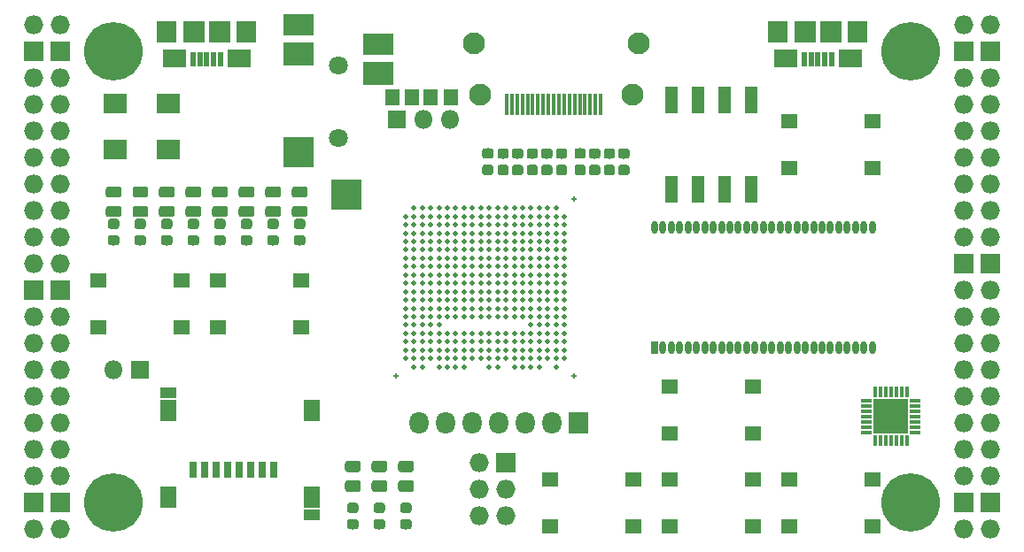
<source format=gts>
G04 #@! TF.GenerationSoftware,KiCad,Pcbnew,5.0.0+dfsg1-2*
G04 #@! TF.CreationDate,2018-09-16T19:57:24+02:00*
G04 #@! TF.ProjectId,ulx3s,756C7833732E6B696361645F70636200,rev?*
G04 #@! TF.SameCoordinates,Original*
G04 #@! TF.FileFunction,Soldermask,Top*
G04 #@! TF.FilePolarity,Negative*
%FSLAX46Y46*%
G04 Gerber Fmt 4.6, Leading zero omitted, Abs format (unit mm)*
G04 Created by KiCad (PCBNEW 5.0.0+dfsg1-2) date Sun Sep 16 19:57:24 2018*
%MOMM*%
%LPD*%
G01*
G04 APERTURE LIST*
%ADD10C,0.500000*%
%ADD11O,0.227000X0.608000*%
%ADD12O,0.608000X0.227000*%
%ADD13R,1.725000X1.725000*%
%ADD14O,0.400000X1.050000*%
%ADD15O,1.050000X0.400000*%
%ADD16R,1.050000X0.400000*%
%ADD17C,0.100000*%
%ADD18C,0.975000*%
%ADD19C,1.075000*%
%ADD20O,0.660000X1.200000*%
%ADD21R,0.660000X1.200000*%
%ADD22R,1.220000X2.540000*%
%ADD23R,1.900000X2.000000*%
%ADD24R,0.500000X1.450000*%
%ADD25R,2.000000X2.000000*%
%ADD26R,2.200000X1.700000*%
%ADD27R,2.900000X2.100000*%
%ADD28R,2.900000X2.300000*%
%ADD29R,2.900000X2.900000*%
%ADD30C,1.800000*%
%ADD31R,0.400000X2.000000*%
%ADD32C,2.100000*%
%ADD33R,0.800000X1.600000*%
%ADD34R,1.550000X1.000000*%
%ADD35R,1.550000X2.100000*%
%ADD36R,2.300000X1.900000*%
%ADD37R,1.827200X2.132000*%
%ADD38O,1.827200X2.132000*%
%ADD39O,1.827200X1.827200*%
%ADD40R,1.827200X1.827200*%
%ADD41C,5.600000*%
%ADD42R,1.800000X1.800000*%
%ADD43O,1.800000X1.800000*%
%ADD44R,1.395000X1.500000*%
%ADD45R,1.650000X1.400000*%
G04 APERTURE END LIST*
D10*
G04 #@! TO.C,U1*
X145280000Y-95400000D03*
X143680000Y-95400000D03*
X142880000Y-95400000D03*
X142080000Y-95400000D03*
X141280000Y-95400000D03*
X139680000Y-95400000D03*
X138880000Y-95400000D03*
X136480000Y-95400000D03*
X135680000Y-95400000D03*
X134880000Y-95400000D03*
X134080000Y-95400000D03*
X132480000Y-95400000D03*
X131680000Y-95400000D03*
X146080000Y-94600000D03*
X145280000Y-94600000D03*
X144480000Y-94600000D03*
X143680000Y-94600000D03*
X142880000Y-94600000D03*
X142080000Y-94600000D03*
X141280000Y-94600000D03*
X140480000Y-94600000D03*
X139680000Y-94600000D03*
X138880000Y-94600000D03*
X138080000Y-94600000D03*
X137280000Y-94600000D03*
X136480000Y-94600000D03*
X135680000Y-94600000D03*
X134880000Y-94600000D03*
X134080000Y-94600000D03*
X133280000Y-94600000D03*
X132480000Y-94600000D03*
X131680000Y-94600000D03*
X130880000Y-94600000D03*
X146080000Y-93800000D03*
X145280000Y-93800000D03*
X144480000Y-93800000D03*
X143680000Y-93800000D03*
X142880000Y-93800000D03*
X142080000Y-93800000D03*
X141280000Y-93800000D03*
X140480000Y-93800000D03*
X139680000Y-93800000D03*
X138880000Y-93800000D03*
X138080000Y-93800000D03*
X137280000Y-93800000D03*
X136480000Y-93800000D03*
X135680000Y-93800000D03*
X134880000Y-93800000D03*
X134080000Y-93800000D03*
X133280000Y-93800000D03*
X132480000Y-93800000D03*
X131680000Y-93800000D03*
X130880000Y-93800000D03*
X146080000Y-93000000D03*
X145280000Y-93000000D03*
X144480000Y-93000000D03*
X143680000Y-93000000D03*
X142880000Y-93000000D03*
X142080000Y-93000000D03*
X141280000Y-93000000D03*
X140480000Y-93000000D03*
X139680000Y-93000000D03*
X138880000Y-93000000D03*
X138080000Y-93000000D03*
X137280000Y-93000000D03*
X136480000Y-93000000D03*
X135680000Y-93000000D03*
X134880000Y-93000000D03*
X134080000Y-93000000D03*
X133280000Y-93000000D03*
X132480000Y-93000000D03*
X131680000Y-93000000D03*
X130880000Y-93000000D03*
X146080000Y-92200000D03*
X145280000Y-92200000D03*
X144480000Y-92200000D03*
X143680000Y-92200000D03*
X142880000Y-92200000D03*
X142080000Y-92200000D03*
X141280000Y-92200000D03*
X140480000Y-92200000D03*
X139680000Y-92200000D03*
X138880000Y-92200000D03*
X138080000Y-92200000D03*
X137280000Y-92200000D03*
X136480000Y-92200000D03*
X135680000Y-92200000D03*
X134880000Y-92200000D03*
X134080000Y-92200000D03*
X133280000Y-92200000D03*
X132480000Y-92200000D03*
X131680000Y-92200000D03*
X130880000Y-92200000D03*
X146080000Y-91400000D03*
X145280000Y-91400000D03*
X144480000Y-91400000D03*
X143680000Y-91400000D03*
X142880000Y-91400000D03*
X134080000Y-91400000D03*
X133280000Y-91400000D03*
X132480000Y-91400000D03*
X131680000Y-91400000D03*
X130880000Y-91400000D03*
X146080000Y-90600000D03*
X145280000Y-90600000D03*
X144480000Y-90600000D03*
X143680000Y-90600000D03*
X142880000Y-90600000D03*
X142080000Y-90600000D03*
X141280000Y-90600000D03*
X140480000Y-90600000D03*
X139680000Y-90600000D03*
X138880000Y-90600000D03*
X138080000Y-90600000D03*
X137280000Y-90600000D03*
X136480000Y-90600000D03*
X135680000Y-90600000D03*
X134880000Y-90600000D03*
X134080000Y-90600000D03*
X133280000Y-90600000D03*
X132480000Y-90600000D03*
X131680000Y-90600000D03*
X130880000Y-90600000D03*
X146080000Y-89800000D03*
X145280000Y-89800000D03*
X144480000Y-89800000D03*
X143680000Y-89800000D03*
X142880000Y-89800000D03*
X142080000Y-89800000D03*
X141280000Y-89800000D03*
X140480000Y-89800000D03*
X139680000Y-89800000D03*
X138880000Y-89800000D03*
X138080000Y-89800000D03*
X137280000Y-89800000D03*
X136480000Y-89800000D03*
X135680000Y-89800000D03*
X134880000Y-89800000D03*
X134080000Y-89800000D03*
X133280000Y-89800000D03*
X132480000Y-89800000D03*
X131680000Y-89800000D03*
X130880000Y-89800000D03*
X146080000Y-89000000D03*
X145280000Y-89000000D03*
X144480000Y-89000000D03*
X143680000Y-89000000D03*
X142880000Y-89000000D03*
X142080000Y-89000000D03*
X141280000Y-89000000D03*
X140480000Y-89000000D03*
X139680000Y-89000000D03*
X138880000Y-89000000D03*
X138080000Y-89000000D03*
X137280000Y-89000000D03*
X136480000Y-89000000D03*
X135680000Y-89000000D03*
X134880000Y-89000000D03*
X134080000Y-89000000D03*
X133280000Y-89000000D03*
X132480000Y-89000000D03*
X131680000Y-89000000D03*
X130880000Y-89000000D03*
X146080000Y-88200000D03*
X145280000Y-88200000D03*
X144480000Y-88200000D03*
X143680000Y-88200000D03*
X142880000Y-88200000D03*
X142080000Y-88200000D03*
X141280000Y-88200000D03*
X140480000Y-88200000D03*
X139680000Y-88200000D03*
X138880000Y-88200000D03*
X138080000Y-88200000D03*
X137280000Y-88200000D03*
X136480000Y-88200000D03*
X135680000Y-88200000D03*
X134880000Y-88200000D03*
X134080000Y-88200000D03*
X133280000Y-88200000D03*
X132480000Y-88200000D03*
X131680000Y-88200000D03*
X130880000Y-88200000D03*
X146080000Y-87400000D03*
X145280000Y-87400000D03*
X144480000Y-87400000D03*
X143680000Y-87400000D03*
X142880000Y-87400000D03*
X142080000Y-87400000D03*
X141280000Y-87400000D03*
X140480000Y-87400000D03*
X139680000Y-87400000D03*
X138880000Y-87400000D03*
X138080000Y-87400000D03*
X137280000Y-87400000D03*
X136480000Y-87400000D03*
X135680000Y-87400000D03*
X134880000Y-87400000D03*
X134080000Y-87400000D03*
X133280000Y-87400000D03*
X132480000Y-87400000D03*
X131680000Y-87400000D03*
X130880000Y-87400000D03*
X146080000Y-86600000D03*
X145280000Y-86600000D03*
X144480000Y-86600000D03*
X143680000Y-86600000D03*
X142880000Y-86600000D03*
X142080000Y-86600000D03*
X141280000Y-86600000D03*
X140480000Y-86600000D03*
X139680000Y-86600000D03*
X138880000Y-86600000D03*
X138080000Y-86600000D03*
X137280000Y-86600000D03*
X136480000Y-86600000D03*
X135680000Y-86600000D03*
X134880000Y-86600000D03*
X134080000Y-86600000D03*
X133280000Y-86600000D03*
X132480000Y-86600000D03*
X131680000Y-86600000D03*
X130880000Y-86600000D03*
X146080000Y-85800000D03*
X145280000Y-85800000D03*
X144480000Y-85800000D03*
X143680000Y-85800000D03*
X142880000Y-85800000D03*
X142080000Y-85800000D03*
X141280000Y-85800000D03*
X140480000Y-85800000D03*
X139680000Y-85800000D03*
X138880000Y-85800000D03*
X138080000Y-85800000D03*
X137280000Y-85800000D03*
X136480000Y-85800000D03*
X135680000Y-85800000D03*
X134880000Y-85800000D03*
X134080000Y-85800000D03*
X133280000Y-85800000D03*
X132480000Y-85800000D03*
X131680000Y-85800000D03*
X130880000Y-85800000D03*
X146080000Y-85000000D03*
X145280000Y-85000000D03*
X144480000Y-85000000D03*
X143680000Y-85000000D03*
X142880000Y-85000000D03*
X142080000Y-85000000D03*
X141280000Y-85000000D03*
X140480000Y-85000000D03*
X139680000Y-85000000D03*
X138880000Y-85000000D03*
X138080000Y-85000000D03*
X137280000Y-85000000D03*
X136480000Y-85000000D03*
X135680000Y-85000000D03*
X134880000Y-85000000D03*
X134080000Y-85000000D03*
X133280000Y-85000000D03*
X132480000Y-85000000D03*
X131680000Y-85000000D03*
X130880000Y-85000000D03*
X146080000Y-84200000D03*
X145280000Y-84200000D03*
X144480000Y-84200000D03*
X143680000Y-84200000D03*
X142880000Y-84200000D03*
X142080000Y-84200000D03*
X141280000Y-84200000D03*
X140480000Y-84200000D03*
X139680000Y-84200000D03*
X138880000Y-84200000D03*
X138080000Y-84200000D03*
X137280000Y-84200000D03*
X136480000Y-84200000D03*
X135680000Y-84200000D03*
X134880000Y-84200000D03*
X134080000Y-84200000D03*
X133280000Y-84200000D03*
X132480000Y-84200000D03*
X131680000Y-84200000D03*
X130880000Y-84200000D03*
X146080000Y-83400000D03*
X145280000Y-83400000D03*
X144480000Y-83400000D03*
X143680000Y-83400000D03*
X142880000Y-83400000D03*
X142080000Y-83400000D03*
X141280000Y-83400000D03*
X140480000Y-83400000D03*
X139680000Y-83400000D03*
X138880000Y-83400000D03*
X138080000Y-83400000D03*
X137280000Y-83400000D03*
X136480000Y-83400000D03*
X135680000Y-83400000D03*
X134880000Y-83400000D03*
X134080000Y-83400000D03*
X133280000Y-83400000D03*
X132480000Y-83400000D03*
X131680000Y-83400000D03*
X130880000Y-83400000D03*
X146080000Y-82600000D03*
X145280000Y-82600000D03*
X144480000Y-82600000D03*
X143680000Y-82600000D03*
X142880000Y-82600000D03*
X142080000Y-82600000D03*
X141280000Y-82600000D03*
X140480000Y-82600000D03*
X139680000Y-82600000D03*
X138880000Y-82600000D03*
X138080000Y-82600000D03*
X137280000Y-82600000D03*
X136480000Y-82600000D03*
X135680000Y-82600000D03*
X134880000Y-82600000D03*
X134080000Y-82600000D03*
X133280000Y-82600000D03*
X132480000Y-82600000D03*
X131680000Y-82600000D03*
X130880000Y-82600000D03*
X146080000Y-81800000D03*
X145280000Y-81800000D03*
X144480000Y-81800000D03*
X143680000Y-81800000D03*
X142880000Y-81800000D03*
X142080000Y-81800000D03*
X141280000Y-81800000D03*
X140480000Y-81800000D03*
X139680000Y-81800000D03*
X138880000Y-81800000D03*
X138080000Y-81800000D03*
X137280000Y-81800000D03*
X136480000Y-81800000D03*
X135680000Y-81800000D03*
X134880000Y-81800000D03*
X134080000Y-81800000D03*
X133280000Y-81800000D03*
X132480000Y-81800000D03*
X131680000Y-81800000D03*
X130880000Y-81800000D03*
X146080000Y-81000000D03*
X145280000Y-81000000D03*
X144480000Y-81000000D03*
X143680000Y-81000000D03*
X142880000Y-81000000D03*
X142080000Y-81000000D03*
X141280000Y-81000000D03*
X140480000Y-81000000D03*
X139680000Y-81000000D03*
X138880000Y-81000000D03*
X138080000Y-81000000D03*
X137280000Y-81000000D03*
X136480000Y-81000000D03*
X135680000Y-81000000D03*
X134880000Y-81000000D03*
X134080000Y-81000000D03*
X133280000Y-81000000D03*
X132480000Y-81000000D03*
X131680000Y-81000000D03*
X130880000Y-81000000D03*
X145280000Y-80200000D03*
X144480000Y-80200000D03*
X143680000Y-80200000D03*
X142880000Y-80200000D03*
X142080000Y-80200000D03*
X141280000Y-80200000D03*
X140480000Y-80200000D03*
X139680000Y-80200000D03*
X138880000Y-80200000D03*
X138080000Y-80200000D03*
X137280000Y-80200000D03*
X136480000Y-80200000D03*
X135680000Y-80200000D03*
X134880000Y-80200000D03*
X134080000Y-80200000D03*
X133280000Y-80200000D03*
X132480000Y-80200000D03*
X131680000Y-80200000D03*
D11*
X146980000Y-79300000D03*
D12*
X146980000Y-79300000D03*
D11*
X129980000Y-96300000D03*
D12*
X129980000Y-96300000D03*
X146980000Y-96300000D03*
D11*
X146980000Y-96300000D03*
G04 #@! TD*
D13*
G04 #@! TO.C,U8*
X178097500Y-100967500D03*
X178097500Y-99342500D03*
X176472500Y-100967500D03*
X176472500Y-99342500D03*
D14*
X178785000Y-102495000D03*
X178285000Y-102495000D03*
X177785000Y-102495000D03*
X177285000Y-102495000D03*
X176785000Y-102495000D03*
X176285000Y-102495000D03*
X175785000Y-102495000D03*
D15*
X174945000Y-101655000D03*
X174945000Y-101155000D03*
X174945000Y-100655000D03*
X174945000Y-100155000D03*
X174945000Y-99655000D03*
X174945000Y-99155000D03*
X174945000Y-98655000D03*
D14*
X175785000Y-97815000D03*
X176285000Y-97815000D03*
X176785000Y-97815000D03*
X177285000Y-97815000D03*
X177785000Y-97815000D03*
X178285000Y-97815000D03*
X178785000Y-97815000D03*
D15*
X179625000Y-98655000D03*
X179625000Y-99155000D03*
X179625000Y-99655000D03*
X179625000Y-100155000D03*
X179625000Y-100655000D03*
X179625000Y-101155000D03*
D16*
X179625000Y-101655000D03*
G04 #@! TD*
D17*
G04 #@! TO.C,C37*
G36*
X152063142Y-74497174D02*
X152086803Y-74500684D01*
X152110007Y-74506496D01*
X152132529Y-74514554D01*
X152154153Y-74524782D01*
X152174670Y-74537079D01*
X152193883Y-74551329D01*
X152211607Y-74567393D01*
X152227671Y-74585117D01*
X152241921Y-74604330D01*
X152254218Y-74624847D01*
X152264446Y-74646471D01*
X152272504Y-74668993D01*
X152278316Y-74692197D01*
X152281826Y-74715858D01*
X152283000Y-74739750D01*
X152283000Y-75227250D01*
X152281826Y-75251142D01*
X152278316Y-75274803D01*
X152272504Y-75298007D01*
X152264446Y-75320529D01*
X152254218Y-75342153D01*
X152241921Y-75362670D01*
X152227671Y-75381883D01*
X152211607Y-75399607D01*
X152193883Y-75415671D01*
X152174670Y-75429921D01*
X152154153Y-75442218D01*
X152132529Y-75452446D01*
X152110007Y-75460504D01*
X152086803Y-75466316D01*
X152063142Y-75469826D01*
X152039250Y-75471000D01*
X151476750Y-75471000D01*
X151452858Y-75469826D01*
X151429197Y-75466316D01*
X151405993Y-75460504D01*
X151383471Y-75452446D01*
X151361847Y-75442218D01*
X151341330Y-75429921D01*
X151322117Y-75415671D01*
X151304393Y-75399607D01*
X151288329Y-75381883D01*
X151274079Y-75362670D01*
X151261782Y-75342153D01*
X151251554Y-75320529D01*
X151243496Y-75298007D01*
X151237684Y-75274803D01*
X151234174Y-75251142D01*
X151233000Y-75227250D01*
X151233000Y-74739750D01*
X151234174Y-74715858D01*
X151237684Y-74692197D01*
X151243496Y-74668993D01*
X151251554Y-74646471D01*
X151261782Y-74624847D01*
X151274079Y-74604330D01*
X151288329Y-74585117D01*
X151304393Y-74567393D01*
X151322117Y-74551329D01*
X151341330Y-74537079D01*
X151361847Y-74524782D01*
X151383471Y-74514554D01*
X151405993Y-74506496D01*
X151429197Y-74500684D01*
X151452858Y-74497174D01*
X151476750Y-74496000D01*
X152039250Y-74496000D01*
X152063142Y-74497174D01*
X152063142Y-74497174D01*
G37*
D18*
X151758000Y-74983500D03*
D17*
G36*
X152063142Y-76072174D02*
X152086803Y-76075684D01*
X152110007Y-76081496D01*
X152132529Y-76089554D01*
X152154153Y-76099782D01*
X152174670Y-76112079D01*
X152193883Y-76126329D01*
X152211607Y-76142393D01*
X152227671Y-76160117D01*
X152241921Y-76179330D01*
X152254218Y-76199847D01*
X152264446Y-76221471D01*
X152272504Y-76243993D01*
X152278316Y-76267197D01*
X152281826Y-76290858D01*
X152283000Y-76314750D01*
X152283000Y-76802250D01*
X152281826Y-76826142D01*
X152278316Y-76849803D01*
X152272504Y-76873007D01*
X152264446Y-76895529D01*
X152254218Y-76917153D01*
X152241921Y-76937670D01*
X152227671Y-76956883D01*
X152211607Y-76974607D01*
X152193883Y-76990671D01*
X152174670Y-77004921D01*
X152154153Y-77017218D01*
X152132529Y-77027446D01*
X152110007Y-77035504D01*
X152086803Y-77041316D01*
X152063142Y-77044826D01*
X152039250Y-77046000D01*
X151476750Y-77046000D01*
X151452858Y-77044826D01*
X151429197Y-77041316D01*
X151405993Y-77035504D01*
X151383471Y-77027446D01*
X151361847Y-77017218D01*
X151341330Y-77004921D01*
X151322117Y-76990671D01*
X151304393Y-76974607D01*
X151288329Y-76956883D01*
X151274079Y-76937670D01*
X151261782Y-76917153D01*
X151251554Y-76895529D01*
X151243496Y-76873007D01*
X151237684Y-76849803D01*
X151234174Y-76826142D01*
X151233000Y-76802250D01*
X151233000Y-76314750D01*
X151234174Y-76290858D01*
X151237684Y-76267197D01*
X151243496Y-76243993D01*
X151251554Y-76221471D01*
X151261782Y-76199847D01*
X151274079Y-76179330D01*
X151288329Y-76160117D01*
X151304393Y-76142393D01*
X151322117Y-76126329D01*
X151341330Y-76112079D01*
X151361847Y-76099782D01*
X151383471Y-76089554D01*
X151405993Y-76081496D01*
X151429197Y-76075684D01*
X151452858Y-76072174D01*
X151476750Y-76071000D01*
X152039250Y-76071000D01*
X152063142Y-76072174D01*
X152063142Y-76072174D01*
G37*
D18*
X151758000Y-76558500D03*
G04 #@! TD*
D17*
G04 #@! TO.C,C36*
G36*
X150666142Y-74497174D02*
X150689803Y-74500684D01*
X150713007Y-74506496D01*
X150735529Y-74514554D01*
X150757153Y-74524782D01*
X150777670Y-74537079D01*
X150796883Y-74551329D01*
X150814607Y-74567393D01*
X150830671Y-74585117D01*
X150844921Y-74604330D01*
X150857218Y-74624847D01*
X150867446Y-74646471D01*
X150875504Y-74668993D01*
X150881316Y-74692197D01*
X150884826Y-74715858D01*
X150886000Y-74739750D01*
X150886000Y-75227250D01*
X150884826Y-75251142D01*
X150881316Y-75274803D01*
X150875504Y-75298007D01*
X150867446Y-75320529D01*
X150857218Y-75342153D01*
X150844921Y-75362670D01*
X150830671Y-75381883D01*
X150814607Y-75399607D01*
X150796883Y-75415671D01*
X150777670Y-75429921D01*
X150757153Y-75442218D01*
X150735529Y-75452446D01*
X150713007Y-75460504D01*
X150689803Y-75466316D01*
X150666142Y-75469826D01*
X150642250Y-75471000D01*
X150079750Y-75471000D01*
X150055858Y-75469826D01*
X150032197Y-75466316D01*
X150008993Y-75460504D01*
X149986471Y-75452446D01*
X149964847Y-75442218D01*
X149944330Y-75429921D01*
X149925117Y-75415671D01*
X149907393Y-75399607D01*
X149891329Y-75381883D01*
X149877079Y-75362670D01*
X149864782Y-75342153D01*
X149854554Y-75320529D01*
X149846496Y-75298007D01*
X149840684Y-75274803D01*
X149837174Y-75251142D01*
X149836000Y-75227250D01*
X149836000Y-74739750D01*
X149837174Y-74715858D01*
X149840684Y-74692197D01*
X149846496Y-74668993D01*
X149854554Y-74646471D01*
X149864782Y-74624847D01*
X149877079Y-74604330D01*
X149891329Y-74585117D01*
X149907393Y-74567393D01*
X149925117Y-74551329D01*
X149944330Y-74537079D01*
X149964847Y-74524782D01*
X149986471Y-74514554D01*
X150008993Y-74506496D01*
X150032197Y-74500684D01*
X150055858Y-74497174D01*
X150079750Y-74496000D01*
X150642250Y-74496000D01*
X150666142Y-74497174D01*
X150666142Y-74497174D01*
G37*
D18*
X150361000Y-74983500D03*
D17*
G36*
X150666142Y-76072174D02*
X150689803Y-76075684D01*
X150713007Y-76081496D01*
X150735529Y-76089554D01*
X150757153Y-76099782D01*
X150777670Y-76112079D01*
X150796883Y-76126329D01*
X150814607Y-76142393D01*
X150830671Y-76160117D01*
X150844921Y-76179330D01*
X150857218Y-76199847D01*
X150867446Y-76221471D01*
X150875504Y-76243993D01*
X150881316Y-76267197D01*
X150884826Y-76290858D01*
X150886000Y-76314750D01*
X150886000Y-76802250D01*
X150884826Y-76826142D01*
X150881316Y-76849803D01*
X150875504Y-76873007D01*
X150867446Y-76895529D01*
X150857218Y-76917153D01*
X150844921Y-76937670D01*
X150830671Y-76956883D01*
X150814607Y-76974607D01*
X150796883Y-76990671D01*
X150777670Y-77004921D01*
X150757153Y-77017218D01*
X150735529Y-77027446D01*
X150713007Y-77035504D01*
X150689803Y-77041316D01*
X150666142Y-77044826D01*
X150642250Y-77046000D01*
X150079750Y-77046000D01*
X150055858Y-77044826D01*
X150032197Y-77041316D01*
X150008993Y-77035504D01*
X149986471Y-77027446D01*
X149964847Y-77017218D01*
X149944330Y-77004921D01*
X149925117Y-76990671D01*
X149907393Y-76974607D01*
X149891329Y-76956883D01*
X149877079Y-76937670D01*
X149864782Y-76917153D01*
X149854554Y-76895529D01*
X149846496Y-76873007D01*
X149840684Y-76849803D01*
X149837174Y-76826142D01*
X149836000Y-76802250D01*
X149836000Y-76314750D01*
X149837174Y-76290858D01*
X149840684Y-76267197D01*
X149846496Y-76243993D01*
X149854554Y-76221471D01*
X149864782Y-76199847D01*
X149877079Y-76179330D01*
X149891329Y-76160117D01*
X149907393Y-76142393D01*
X149925117Y-76126329D01*
X149944330Y-76112079D01*
X149964847Y-76099782D01*
X149986471Y-76089554D01*
X150008993Y-76081496D01*
X150032197Y-76075684D01*
X150055858Y-76072174D01*
X150079750Y-76071000D01*
X150642250Y-76071000D01*
X150666142Y-76072174D01*
X150666142Y-76072174D01*
G37*
D18*
X150361000Y-76558500D03*
G04 #@! TD*
D17*
G04 #@! TO.C,C41*
G36*
X149269142Y-74497174D02*
X149292803Y-74500684D01*
X149316007Y-74506496D01*
X149338529Y-74514554D01*
X149360153Y-74524782D01*
X149380670Y-74537079D01*
X149399883Y-74551329D01*
X149417607Y-74567393D01*
X149433671Y-74585117D01*
X149447921Y-74604330D01*
X149460218Y-74624847D01*
X149470446Y-74646471D01*
X149478504Y-74668993D01*
X149484316Y-74692197D01*
X149487826Y-74715858D01*
X149489000Y-74739750D01*
X149489000Y-75227250D01*
X149487826Y-75251142D01*
X149484316Y-75274803D01*
X149478504Y-75298007D01*
X149470446Y-75320529D01*
X149460218Y-75342153D01*
X149447921Y-75362670D01*
X149433671Y-75381883D01*
X149417607Y-75399607D01*
X149399883Y-75415671D01*
X149380670Y-75429921D01*
X149360153Y-75442218D01*
X149338529Y-75452446D01*
X149316007Y-75460504D01*
X149292803Y-75466316D01*
X149269142Y-75469826D01*
X149245250Y-75471000D01*
X148682750Y-75471000D01*
X148658858Y-75469826D01*
X148635197Y-75466316D01*
X148611993Y-75460504D01*
X148589471Y-75452446D01*
X148567847Y-75442218D01*
X148547330Y-75429921D01*
X148528117Y-75415671D01*
X148510393Y-75399607D01*
X148494329Y-75381883D01*
X148480079Y-75362670D01*
X148467782Y-75342153D01*
X148457554Y-75320529D01*
X148449496Y-75298007D01*
X148443684Y-75274803D01*
X148440174Y-75251142D01*
X148439000Y-75227250D01*
X148439000Y-74739750D01*
X148440174Y-74715858D01*
X148443684Y-74692197D01*
X148449496Y-74668993D01*
X148457554Y-74646471D01*
X148467782Y-74624847D01*
X148480079Y-74604330D01*
X148494329Y-74585117D01*
X148510393Y-74567393D01*
X148528117Y-74551329D01*
X148547330Y-74537079D01*
X148567847Y-74524782D01*
X148589471Y-74514554D01*
X148611993Y-74506496D01*
X148635197Y-74500684D01*
X148658858Y-74497174D01*
X148682750Y-74496000D01*
X149245250Y-74496000D01*
X149269142Y-74497174D01*
X149269142Y-74497174D01*
G37*
D18*
X148964000Y-74983500D03*
D17*
G36*
X149269142Y-76072174D02*
X149292803Y-76075684D01*
X149316007Y-76081496D01*
X149338529Y-76089554D01*
X149360153Y-76099782D01*
X149380670Y-76112079D01*
X149399883Y-76126329D01*
X149417607Y-76142393D01*
X149433671Y-76160117D01*
X149447921Y-76179330D01*
X149460218Y-76199847D01*
X149470446Y-76221471D01*
X149478504Y-76243993D01*
X149484316Y-76267197D01*
X149487826Y-76290858D01*
X149489000Y-76314750D01*
X149489000Y-76802250D01*
X149487826Y-76826142D01*
X149484316Y-76849803D01*
X149478504Y-76873007D01*
X149470446Y-76895529D01*
X149460218Y-76917153D01*
X149447921Y-76937670D01*
X149433671Y-76956883D01*
X149417607Y-76974607D01*
X149399883Y-76990671D01*
X149380670Y-77004921D01*
X149360153Y-77017218D01*
X149338529Y-77027446D01*
X149316007Y-77035504D01*
X149292803Y-77041316D01*
X149269142Y-77044826D01*
X149245250Y-77046000D01*
X148682750Y-77046000D01*
X148658858Y-77044826D01*
X148635197Y-77041316D01*
X148611993Y-77035504D01*
X148589471Y-77027446D01*
X148567847Y-77017218D01*
X148547330Y-77004921D01*
X148528117Y-76990671D01*
X148510393Y-76974607D01*
X148494329Y-76956883D01*
X148480079Y-76937670D01*
X148467782Y-76917153D01*
X148457554Y-76895529D01*
X148449496Y-76873007D01*
X148443684Y-76849803D01*
X148440174Y-76826142D01*
X148439000Y-76802250D01*
X148439000Y-76314750D01*
X148440174Y-76290858D01*
X148443684Y-76267197D01*
X148449496Y-76243993D01*
X148457554Y-76221471D01*
X148467782Y-76199847D01*
X148480079Y-76179330D01*
X148494329Y-76160117D01*
X148510393Y-76142393D01*
X148528117Y-76126329D01*
X148547330Y-76112079D01*
X148567847Y-76099782D01*
X148589471Y-76089554D01*
X148611993Y-76081496D01*
X148635197Y-76075684D01*
X148658858Y-76072174D01*
X148682750Y-76071000D01*
X149245250Y-76071000D01*
X149269142Y-76072174D01*
X149269142Y-76072174D01*
G37*
D18*
X148964000Y-76558500D03*
G04 #@! TD*
D17*
G04 #@! TO.C,C45*
G36*
X147872142Y-74485174D02*
X147895803Y-74488684D01*
X147919007Y-74494496D01*
X147941529Y-74502554D01*
X147963153Y-74512782D01*
X147983670Y-74525079D01*
X148002883Y-74539329D01*
X148020607Y-74555393D01*
X148036671Y-74573117D01*
X148050921Y-74592330D01*
X148063218Y-74612847D01*
X148073446Y-74634471D01*
X148081504Y-74656993D01*
X148087316Y-74680197D01*
X148090826Y-74703858D01*
X148092000Y-74727750D01*
X148092000Y-75215250D01*
X148090826Y-75239142D01*
X148087316Y-75262803D01*
X148081504Y-75286007D01*
X148073446Y-75308529D01*
X148063218Y-75330153D01*
X148050921Y-75350670D01*
X148036671Y-75369883D01*
X148020607Y-75387607D01*
X148002883Y-75403671D01*
X147983670Y-75417921D01*
X147963153Y-75430218D01*
X147941529Y-75440446D01*
X147919007Y-75448504D01*
X147895803Y-75454316D01*
X147872142Y-75457826D01*
X147848250Y-75459000D01*
X147285750Y-75459000D01*
X147261858Y-75457826D01*
X147238197Y-75454316D01*
X147214993Y-75448504D01*
X147192471Y-75440446D01*
X147170847Y-75430218D01*
X147150330Y-75417921D01*
X147131117Y-75403671D01*
X147113393Y-75387607D01*
X147097329Y-75369883D01*
X147083079Y-75350670D01*
X147070782Y-75330153D01*
X147060554Y-75308529D01*
X147052496Y-75286007D01*
X147046684Y-75262803D01*
X147043174Y-75239142D01*
X147042000Y-75215250D01*
X147042000Y-74727750D01*
X147043174Y-74703858D01*
X147046684Y-74680197D01*
X147052496Y-74656993D01*
X147060554Y-74634471D01*
X147070782Y-74612847D01*
X147083079Y-74592330D01*
X147097329Y-74573117D01*
X147113393Y-74555393D01*
X147131117Y-74539329D01*
X147150330Y-74525079D01*
X147170847Y-74512782D01*
X147192471Y-74502554D01*
X147214993Y-74494496D01*
X147238197Y-74488684D01*
X147261858Y-74485174D01*
X147285750Y-74484000D01*
X147848250Y-74484000D01*
X147872142Y-74485174D01*
X147872142Y-74485174D01*
G37*
D18*
X147567000Y-74971500D03*
D17*
G36*
X147872142Y-76060174D02*
X147895803Y-76063684D01*
X147919007Y-76069496D01*
X147941529Y-76077554D01*
X147963153Y-76087782D01*
X147983670Y-76100079D01*
X148002883Y-76114329D01*
X148020607Y-76130393D01*
X148036671Y-76148117D01*
X148050921Y-76167330D01*
X148063218Y-76187847D01*
X148073446Y-76209471D01*
X148081504Y-76231993D01*
X148087316Y-76255197D01*
X148090826Y-76278858D01*
X148092000Y-76302750D01*
X148092000Y-76790250D01*
X148090826Y-76814142D01*
X148087316Y-76837803D01*
X148081504Y-76861007D01*
X148073446Y-76883529D01*
X148063218Y-76905153D01*
X148050921Y-76925670D01*
X148036671Y-76944883D01*
X148020607Y-76962607D01*
X148002883Y-76978671D01*
X147983670Y-76992921D01*
X147963153Y-77005218D01*
X147941529Y-77015446D01*
X147919007Y-77023504D01*
X147895803Y-77029316D01*
X147872142Y-77032826D01*
X147848250Y-77034000D01*
X147285750Y-77034000D01*
X147261858Y-77032826D01*
X147238197Y-77029316D01*
X147214993Y-77023504D01*
X147192471Y-77015446D01*
X147170847Y-77005218D01*
X147150330Y-76992921D01*
X147131117Y-76978671D01*
X147113393Y-76962607D01*
X147097329Y-76944883D01*
X147083079Y-76925670D01*
X147070782Y-76905153D01*
X147060554Y-76883529D01*
X147052496Y-76861007D01*
X147046684Y-76837803D01*
X147043174Y-76814142D01*
X147042000Y-76790250D01*
X147042000Y-76302750D01*
X147043174Y-76278858D01*
X147046684Y-76255197D01*
X147052496Y-76231993D01*
X147060554Y-76209471D01*
X147070782Y-76187847D01*
X147083079Y-76167330D01*
X147097329Y-76148117D01*
X147113393Y-76130393D01*
X147131117Y-76114329D01*
X147150330Y-76100079D01*
X147170847Y-76087782D01*
X147192471Y-76077554D01*
X147214993Y-76069496D01*
X147238197Y-76063684D01*
X147261858Y-76060174D01*
X147285750Y-76059000D01*
X147848250Y-76059000D01*
X147872142Y-76060174D01*
X147872142Y-76060174D01*
G37*
D18*
X147567000Y-76546500D03*
G04 #@! TD*
D17*
G04 #@! TO.C,C40*
G36*
X146094142Y-74497174D02*
X146117803Y-74500684D01*
X146141007Y-74506496D01*
X146163529Y-74514554D01*
X146185153Y-74524782D01*
X146205670Y-74537079D01*
X146224883Y-74551329D01*
X146242607Y-74567393D01*
X146258671Y-74585117D01*
X146272921Y-74604330D01*
X146285218Y-74624847D01*
X146295446Y-74646471D01*
X146303504Y-74668993D01*
X146309316Y-74692197D01*
X146312826Y-74715858D01*
X146314000Y-74739750D01*
X146314000Y-75227250D01*
X146312826Y-75251142D01*
X146309316Y-75274803D01*
X146303504Y-75298007D01*
X146295446Y-75320529D01*
X146285218Y-75342153D01*
X146272921Y-75362670D01*
X146258671Y-75381883D01*
X146242607Y-75399607D01*
X146224883Y-75415671D01*
X146205670Y-75429921D01*
X146185153Y-75442218D01*
X146163529Y-75452446D01*
X146141007Y-75460504D01*
X146117803Y-75466316D01*
X146094142Y-75469826D01*
X146070250Y-75471000D01*
X145507750Y-75471000D01*
X145483858Y-75469826D01*
X145460197Y-75466316D01*
X145436993Y-75460504D01*
X145414471Y-75452446D01*
X145392847Y-75442218D01*
X145372330Y-75429921D01*
X145353117Y-75415671D01*
X145335393Y-75399607D01*
X145319329Y-75381883D01*
X145305079Y-75362670D01*
X145292782Y-75342153D01*
X145282554Y-75320529D01*
X145274496Y-75298007D01*
X145268684Y-75274803D01*
X145265174Y-75251142D01*
X145264000Y-75227250D01*
X145264000Y-74739750D01*
X145265174Y-74715858D01*
X145268684Y-74692197D01*
X145274496Y-74668993D01*
X145282554Y-74646471D01*
X145292782Y-74624847D01*
X145305079Y-74604330D01*
X145319329Y-74585117D01*
X145335393Y-74567393D01*
X145353117Y-74551329D01*
X145372330Y-74537079D01*
X145392847Y-74524782D01*
X145414471Y-74514554D01*
X145436993Y-74506496D01*
X145460197Y-74500684D01*
X145483858Y-74497174D01*
X145507750Y-74496000D01*
X146070250Y-74496000D01*
X146094142Y-74497174D01*
X146094142Y-74497174D01*
G37*
D18*
X145789000Y-74983500D03*
D17*
G36*
X146094142Y-76072174D02*
X146117803Y-76075684D01*
X146141007Y-76081496D01*
X146163529Y-76089554D01*
X146185153Y-76099782D01*
X146205670Y-76112079D01*
X146224883Y-76126329D01*
X146242607Y-76142393D01*
X146258671Y-76160117D01*
X146272921Y-76179330D01*
X146285218Y-76199847D01*
X146295446Y-76221471D01*
X146303504Y-76243993D01*
X146309316Y-76267197D01*
X146312826Y-76290858D01*
X146314000Y-76314750D01*
X146314000Y-76802250D01*
X146312826Y-76826142D01*
X146309316Y-76849803D01*
X146303504Y-76873007D01*
X146295446Y-76895529D01*
X146285218Y-76917153D01*
X146272921Y-76937670D01*
X146258671Y-76956883D01*
X146242607Y-76974607D01*
X146224883Y-76990671D01*
X146205670Y-77004921D01*
X146185153Y-77017218D01*
X146163529Y-77027446D01*
X146141007Y-77035504D01*
X146117803Y-77041316D01*
X146094142Y-77044826D01*
X146070250Y-77046000D01*
X145507750Y-77046000D01*
X145483858Y-77044826D01*
X145460197Y-77041316D01*
X145436993Y-77035504D01*
X145414471Y-77027446D01*
X145392847Y-77017218D01*
X145372330Y-77004921D01*
X145353117Y-76990671D01*
X145335393Y-76974607D01*
X145319329Y-76956883D01*
X145305079Y-76937670D01*
X145292782Y-76917153D01*
X145282554Y-76895529D01*
X145274496Y-76873007D01*
X145268684Y-76849803D01*
X145265174Y-76826142D01*
X145264000Y-76802250D01*
X145264000Y-76314750D01*
X145265174Y-76290858D01*
X145268684Y-76267197D01*
X145274496Y-76243993D01*
X145282554Y-76221471D01*
X145292782Y-76199847D01*
X145305079Y-76179330D01*
X145319329Y-76160117D01*
X145335393Y-76142393D01*
X145353117Y-76126329D01*
X145372330Y-76112079D01*
X145392847Y-76099782D01*
X145414471Y-76089554D01*
X145436993Y-76081496D01*
X145460197Y-76075684D01*
X145483858Y-76072174D01*
X145507750Y-76071000D01*
X146070250Y-76071000D01*
X146094142Y-76072174D01*
X146094142Y-76072174D01*
G37*
D18*
X145789000Y-76558500D03*
G04 #@! TD*
D17*
G04 #@! TO.C,C44*
G36*
X144697142Y-74497174D02*
X144720803Y-74500684D01*
X144744007Y-74506496D01*
X144766529Y-74514554D01*
X144788153Y-74524782D01*
X144808670Y-74537079D01*
X144827883Y-74551329D01*
X144845607Y-74567393D01*
X144861671Y-74585117D01*
X144875921Y-74604330D01*
X144888218Y-74624847D01*
X144898446Y-74646471D01*
X144906504Y-74668993D01*
X144912316Y-74692197D01*
X144915826Y-74715858D01*
X144917000Y-74739750D01*
X144917000Y-75227250D01*
X144915826Y-75251142D01*
X144912316Y-75274803D01*
X144906504Y-75298007D01*
X144898446Y-75320529D01*
X144888218Y-75342153D01*
X144875921Y-75362670D01*
X144861671Y-75381883D01*
X144845607Y-75399607D01*
X144827883Y-75415671D01*
X144808670Y-75429921D01*
X144788153Y-75442218D01*
X144766529Y-75452446D01*
X144744007Y-75460504D01*
X144720803Y-75466316D01*
X144697142Y-75469826D01*
X144673250Y-75471000D01*
X144110750Y-75471000D01*
X144086858Y-75469826D01*
X144063197Y-75466316D01*
X144039993Y-75460504D01*
X144017471Y-75452446D01*
X143995847Y-75442218D01*
X143975330Y-75429921D01*
X143956117Y-75415671D01*
X143938393Y-75399607D01*
X143922329Y-75381883D01*
X143908079Y-75362670D01*
X143895782Y-75342153D01*
X143885554Y-75320529D01*
X143877496Y-75298007D01*
X143871684Y-75274803D01*
X143868174Y-75251142D01*
X143867000Y-75227250D01*
X143867000Y-74739750D01*
X143868174Y-74715858D01*
X143871684Y-74692197D01*
X143877496Y-74668993D01*
X143885554Y-74646471D01*
X143895782Y-74624847D01*
X143908079Y-74604330D01*
X143922329Y-74585117D01*
X143938393Y-74567393D01*
X143956117Y-74551329D01*
X143975330Y-74537079D01*
X143995847Y-74524782D01*
X144017471Y-74514554D01*
X144039993Y-74506496D01*
X144063197Y-74500684D01*
X144086858Y-74497174D01*
X144110750Y-74496000D01*
X144673250Y-74496000D01*
X144697142Y-74497174D01*
X144697142Y-74497174D01*
G37*
D18*
X144392000Y-74983500D03*
D17*
G36*
X144697142Y-76072174D02*
X144720803Y-76075684D01*
X144744007Y-76081496D01*
X144766529Y-76089554D01*
X144788153Y-76099782D01*
X144808670Y-76112079D01*
X144827883Y-76126329D01*
X144845607Y-76142393D01*
X144861671Y-76160117D01*
X144875921Y-76179330D01*
X144888218Y-76199847D01*
X144898446Y-76221471D01*
X144906504Y-76243993D01*
X144912316Y-76267197D01*
X144915826Y-76290858D01*
X144917000Y-76314750D01*
X144917000Y-76802250D01*
X144915826Y-76826142D01*
X144912316Y-76849803D01*
X144906504Y-76873007D01*
X144898446Y-76895529D01*
X144888218Y-76917153D01*
X144875921Y-76937670D01*
X144861671Y-76956883D01*
X144845607Y-76974607D01*
X144827883Y-76990671D01*
X144808670Y-77004921D01*
X144788153Y-77017218D01*
X144766529Y-77027446D01*
X144744007Y-77035504D01*
X144720803Y-77041316D01*
X144697142Y-77044826D01*
X144673250Y-77046000D01*
X144110750Y-77046000D01*
X144086858Y-77044826D01*
X144063197Y-77041316D01*
X144039993Y-77035504D01*
X144017471Y-77027446D01*
X143995847Y-77017218D01*
X143975330Y-77004921D01*
X143956117Y-76990671D01*
X143938393Y-76974607D01*
X143922329Y-76956883D01*
X143908079Y-76937670D01*
X143895782Y-76917153D01*
X143885554Y-76895529D01*
X143877496Y-76873007D01*
X143871684Y-76849803D01*
X143868174Y-76826142D01*
X143867000Y-76802250D01*
X143867000Y-76314750D01*
X143868174Y-76290858D01*
X143871684Y-76267197D01*
X143877496Y-76243993D01*
X143885554Y-76221471D01*
X143895782Y-76199847D01*
X143908079Y-76179330D01*
X143922329Y-76160117D01*
X143938393Y-76142393D01*
X143956117Y-76126329D01*
X143975330Y-76112079D01*
X143995847Y-76099782D01*
X144017471Y-76089554D01*
X144039993Y-76081496D01*
X144063197Y-76075684D01*
X144086858Y-76072174D01*
X144110750Y-76071000D01*
X144673250Y-76071000D01*
X144697142Y-76072174D01*
X144697142Y-76072174D01*
G37*
D18*
X144392000Y-76558500D03*
G04 #@! TD*
D17*
G04 #@! TO.C,C39*
G36*
X143300142Y-74497174D02*
X143323803Y-74500684D01*
X143347007Y-74506496D01*
X143369529Y-74514554D01*
X143391153Y-74524782D01*
X143411670Y-74537079D01*
X143430883Y-74551329D01*
X143448607Y-74567393D01*
X143464671Y-74585117D01*
X143478921Y-74604330D01*
X143491218Y-74624847D01*
X143501446Y-74646471D01*
X143509504Y-74668993D01*
X143515316Y-74692197D01*
X143518826Y-74715858D01*
X143520000Y-74739750D01*
X143520000Y-75227250D01*
X143518826Y-75251142D01*
X143515316Y-75274803D01*
X143509504Y-75298007D01*
X143501446Y-75320529D01*
X143491218Y-75342153D01*
X143478921Y-75362670D01*
X143464671Y-75381883D01*
X143448607Y-75399607D01*
X143430883Y-75415671D01*
X143411670Y-75429921D01*
X143391153Y-75442218D01*
X143369529Y-75452446D01*
X143347007Y-75460504D01*
X143323803Y-75466316D01*
X143300142Y-75469826D01*
X143276250Y-75471000D01*
X142713750Y-75471000D01*
X142689858Y-75469826D01*
X142666197Y-75466316D01*
X142642993Y-75460504D01*
X142620471Y-75452446D01*
X142598847Y-75442218D01*
X142578330Y-75429921D01*
X142559117Y-75415671D01*
X142541393Y-75399607D01*
X142525329Y-75381883D01*
X142511079Y-75362670D01*
X142498782Y-75342153D01*
X142488554Y-75320529D01*
X142480496Y-75298007D01*
X142474684Y-75274803D01*
X142471174Y-75251142D01*
X142470000Y-75227250D01*
X142470000Y-74739750D01*
X142471174Y-74715858D01*
X142474684Y-74692197D01*
X142480496Y-74668993D01*
X142488554Y-74646471D01*
X142498782Y-74624847D01*
X142511079Y-74604330D01*
X142525329Y-74585117D01*
X142541393Y-74567393D01*
X142559117Y-74551329D01*
X142578330Y-74537079D01*
X142598847Y-74524782D01*
X142620471Y-74514554D01*
X142642993Y-74506496D01*
X142666197Y-74500684D01*
X142689858Y-74497174D01*
X142713750Y-74496000D01*
X143276250Y-74496000D01*
X143300142Y-74497174D01*
X143300142Y-74497174D01*
G37*
D18*
X142995000Y-74983500D03*
D17*
G36*
X143300142Y-76072174D02*
X143323803Y-76075684D01*
X143347007Y-76081496D01*
X143369529Y-76089554D01*
X143391153Y-76099782D01*
X143411670Y-76112079D01*
X143430883Y-76126329D01*
X143448607Y-76142393D01*
X143464671Y-76160117D01*
X143478921Y-76179330D01*
X143491218Y-76199847D01*
X143501446Y-76221471D01*
X143509504Y-76243993D01*
X143515316Y-76267197D01*
X143518826Y-76290858D01*
X143520000Y-76314750D01*
X143520000Y-76802250D01*
X143518826Y-76826142D01*
X143515316Y-76849803D01*
X143509504Y-76873007D01*
X143501446Y-76895529D01*
X143491218Y-76917153D01*
X143478921Y-76937670D01*
X143464671Y-76956883D01*
X143448607Y-76974607D01*
X143430883Y-76990671D01*
X143411670Y-77004921D01*
X143391153Y-77017218D01*
X143369529Y-77027446D01*
X143347007Y-77035504D01*
X143323803Y-77041316D01*
X143300142Y-77044826D01*
X143276250Y-77046000D01*
X142713750Y-77046000D01*
X142689858Y-77044826D01*
X142666197Y-77041316D01*
X142642993Y-77035504D01*
X142620471Y-77027446D01*
X142598847Y-77017218D01*
X142578330Y-77004921D01*
X142559117Y-76990671D01*
X142541393Y-76974607D01*
X142525329Y-76956883D01*
X142511079Y-76937670D01*
X142498782Y-76917153D01*
X142488554Y-76895529D01*
X142480496Y-76873007D01*
X142474684Y-76849803D01*
X142471174Y-76826142D01*
X142470000Y-76802250D01*
X142470000Y-76314750D01*
X142471174Y-76290858D01*
X142474684Y-76267197D01*
X142480496Y-76243993D01*
X142488554Y-76221471D01*
X142498782Y-76199847D01*
X142511079Y-76179330D01*
X142525329Y-76160117D01*
X142541393Y-76142393D01*
X142559117Y-76126329D01*
X142578330Y-76112079D01*
X142598847Y-76099782D01*
X142620471Y-76089554D01*
X142642993Y-76081496D01*
X142666197Y-76075684D01*
X142689858Y-76072174D01*
X142713750Y-76071000D01*
X143276250Y-76071000D01*
X143300142Y-76072174D01*
X143300142Y-76072174D01*
G37*
D18*
X142995000Y-76558500D03*
G04 #@! TD*
D17*
G04 #@! TO.C,C43*
G36*
X141903142Y-74497174D02*
X141926803Y-74500684D01*
X141950007Y-74506496D01*
X141972529Y-74514554D01*
X141994153Y-74524782D01*
X142014670Y-74537079D01*
X142033883Y-74551329D01*
X142051607Y-74567393D01*
X142067671Y-74585117D01*
X142081921Y-74604330D01*
X142094218Y-74624847D01*
X142104446Y-74646471D01*
X142112504Y-74668993D01*
X142118316Y-74692197D01*
X142121826Y-74715858D01*
X142123000Y-74739750D01*
X142123000Y-75227250D01*
X142121826Y-75251142D01*
X142118316Y-75274803D01*
X142112504Y-75298007D01*
X142104446Y-75320529D01*
X142094218Y-75342153D01*
X142081921Y-75362670D01*
X142067671Y-75381883D01*
X142051607Y-75399607D01*
X142033883Y-75415671D01*
X142014670Y-75429921D01*
X141994153Y-75442218D01*
X141972529Y-75452446D01*
X141950007Y-75460504D01*
X141926803Y-75466316D01*
X141903142Y-75469826D01*
X141879250Y-75471000D01*
X141316750Y-75471000D01*
X141292858Y-75469826D01*
X141269197Y-75466316D01*
X141245993Y-75460504D01*
X141223471Y-75452446D01*
X141201847Y-75442218D01*
X141181330Y-75429921D01*
X141162117Y-75415671D01*
X141144393Y-75399607D01*
X141128329Y-75381883D01*
X141114079Y-75362670D01*
X141101782Y-75342153D01*
X141091554Y-75320529D01*
X141083496Y-75298007D01*
X141077684Y-75274803D01*
X141074174Y-75251142D01*
X141073000Y-75227250D01*
X141073000Y-74739750D01*
X141074174Y-74715858D01*
X141077684Y-74692197D01*
X141083496Y-74668993D01*
X141091554Y-74646471D01*
X141101782Y-74624847D01*
X141114079Y-74604330D01*
X141128329Y-74585117D01*
X141144393Y-74567393D01*
X141162117Y-74551329D01*
X141181330Y-74537079D01*
X141201847Y-74524782D01*
X141223471Y-74514554D01*
X141245993Y-74506496D01*
X141269197Y-74500684D01*
X141292858Y-74497174D01*
X141316750Y-74496000D01*
X141879250Y-74496000D01*
X141903142Y-74497174D01*
X141903142Y-74497174D01*
G37*
D18*
X141598000Y-74983500D03*
D17*
G36*
X141903142Y-76072174D02*
X141926803Y-76075684D01*
X141950007Y-76081496D01*
X141972529Y-76089554D01*
X141994153Y-76099782D01*
X142014670Y-76112079D01*
X142033883Y-76126329D01*
X142051607Y-76142393D01*
X142067671Y-76160117D01*
X142081921Y-76179330D01*
X142094218Y-76199847D01*
X142104446Y-76221471D01*
X142112504Y-76243993D01*
X142118316Y-76267197D01*
X142121826Y-76290858D01*
X142123000Y-76314750D01*
X142123000Y-76802250D01*
X142121826Y-76826142D01*
X142118316Y-76849803D01*
X142112504Y-76873007D01*
X142104446Y-76895529D01*
X142094218Y-76917153D01*
X142081921Y-76937670D01*
X142067671Y-76956883D01*
X142051607Y-76974607D01*
X142033883Y-76990671D01*
X142014670Y-77004921D01*
X141994153Y-77017218D01*
X141972529Y-77027446D01*
X141950007Y-77035504D01*
X141926803Y-77041316D01*
X141903142Y-77044826D01*
X141879250Y-77046000D01*
X141316750Y-77046000D01*
X141292858Y-77044826D01*
X141269197Y-77041316D01*
X141245993Y-77035504D01*
X141223471Y-77027446D01*
X141201847Y-77017218D01*
X141181330Y-77004921D01*
X141162117Y-76990671D01*
X141144393Y-76974607D01*
X141128329Y-76956883D01*
X141114079Y-76937670D01*
X141101782Y-76917153D01*
X141091554Y-76895529D01*
X141083496Y-76873007D01*
X141077684Y-76849803D01*
X141074174Y-76826142D01*
X141073000Y-76802250D01*
X141073000Y-76314750D01*
X141074174Y-76290858D01*
X141077684Y-76267197D01*
X141083496Y-76243993D01*
X141091554Y-76221471D01*
X141101782Y-76199847D01*
X141114079Y-76179330D01*
X141128329Y-76160117D01*
X141144393Y-76142393D01*
X141162117Y-76126329D01*
X141181330Y-76112079D01*
X141201847Y-76099782D01*
X141223471Y-76089554D01*
X141245993Y-76081496D01*
X141269197Y-76075684D01*
X141292858Y-76072174D01*
X141316750Y-76071000D01*
X141879250Y-76071000D01*
X141903142Y-76072174D01*
X141903142Y-76072174D01*
G37*
D18*
X141598000Y-76558500D03*
G04 #@! TD*
D17*
G04 #@! TO.C,C38*
G36*
X140506142Y-74497174D02*
X140529803Y-74500684D01*
X140553007Y-74506496D01*
X140575529Y-74514554D01*
X140597153Y-74524782D01*
X140617670Y-74537079D01*
X140636883Y-74551329D01*
X140654607Y-74567393D01*
X140670671Y-74585117D01*
X140684921Y-74604330D01*
X140697218Y-74624847D01*
X140707446Y-74646471D01*
X140715504Y-74668993D01*
X140721316Y-74692197D01*
X140724826Y-74715858D01*
X140726000Y-74739750D01*
X140726000Y-75227250D01*
X140724826Y-75251142D01*
X140721316Y-75274803D01*
X140715504Y-75298007D01*
X140707446Y-75320529D01*
X140697218Y-75342153D01*
X140684921Y-75362670D01*
X140670671Y-75381883D01*
X140654607Y-75399607D01*
X140636883Y-75415671D01*
X140617670Y-75429921D01*
X140597153Y-75442218D01*
X140575529Y-75452446D01*
X140553007Y-75460504D01*
X140529803Y-75466316D01*
X140506142Y-75469826D01*
X140482250Y-75471000D01*
X139919750Y-75471000D01*
X139895858Y-75469826D01*
X139872197Y-75466316D01*
X139848993Y-75460504D01*
X139826471Y-75452446D01*
X139804847Y-75442218D01*
X139784330Y-75429921D01*
X139765117Y-75415671D01*
X139747393Y-75399607D01*
X139731329Y-75381883D01*
X139717079Y-75362670D01*
X139704782Y-75342153D01*
X139694554Y-75320529D01*
X139686496Y-75298007D01*
X139680684Y-75274803D01*
X139677174Y-75251142D01*
X139676000Y-75227250D01*
X139676000Y-74739750D01*
X139677174Y-74715858D01*
X139680684Y-74692197D01*
X139686496Y-74668993D01*
X139694554Y-74646471D01*
X139704782Y-74624847D01*
X139717079Y-74604330D01*
X139731329Y-74585117D01*
X139747393Y-74567393D01*
X139765117Y-74551329D01*
X139784330Y-74537079D01*
X139804847Y-74524782D01*
X139826471Y-74514554D01*
X139848993Y-74506496D01*
X139872197Y-74500684D01*
X139895858Y-74497174D01*
X139919750Y-74496000D01*
X140482250Y-74496000D01*
X140506142Y-74497174D01*
X140506142Y-74497174D01*
G37*
D18*
X140201000Y-74983500D03*
D17*
G36*
X140506142Y-76072174D02*
X140529803Y-76075684D01*
X140553007Y-76081496D01*
X140575529Y-76089554D01*
X140597153Y-76099782D01*
X140617670Y-76112079D01*
X140636883Y-76126329D01*
X140654607Y-76142393D01*
X140670671Y-76160117D01*
X140684921Y-76179330D01*
X140697218Y-76199847D01*
X140707446Y-76221471D01*
X140715504Y-76243993D01*
X140721316Y-76267197D01*
X140724826Y-76290858D01*
X140726000Y-76314750D01*
X140726000Y-76802250D01*
X140724826Y-76826142D01*
X140721316Y-76849803D01*
X140715504Y-76873007D01*
X140707446Y-76895529D01*
X140697218Y-76917153D01*
X140684921Y-76937670D01*
X140670671Y-76956883D01*
X140654607Y-76974607D01*
X140636883Y-76990671D01*
X140617670Y-77004921D01*
X140597153Y-77017218D01*
X140575529Y-77027446D01*
X140553007Y-77035504D01*
X140529803Y-77041316D01*
X140506142Y-77044826D01*
X140482250Y-77046000D01*
X139919750Y-77046000D01*
X139895858Y-77044826D01*
X139872197Y-77041316D01*
X139848993Y-77035504D01*
X139826471Y-77027446D01*
X139804847Y-77017218D01*
X139784330Y-77004921D01*
X139765117Y-76990671D01*
X139747393Y-76974607D01*
X139731329Y-76956883D01*
X139717079Y-76937670D01*
X139704782Y-76917153D01*
X139694554Y-76895529D01*
X139686496Y-76873007D01*
X139680684Y-76849803D01*
X139677174Y-76826142D01*
X139676000Y-76802250D01*
X139676000Y-76314750D01*
X139677174Y-76290858D01*
X139680684Y-76267197D01*
X139686496Y-76243993D01*
X139694554Y-76221471D01*
X139704782Y-76199847D01*
X139717079Y-76179330D01*
X139731329Y-76160117D01*
X139747393Y-76142393D01*
X139765117Y-76126329D01*
X139784330Y-76112079D01*
X139804847Y-76099782D01*
X139826471Y-76089554D01*
X139848993Y-76081496D01*
X139872197Y-76075684D01*
X139895858Y-76072174D01*
X139919750Y-76071000D01*
X140482250Y-76071000D01*
X140506142Y-76072174D01*
X140506142Y-76072174D01*
G37*
D18*
X140201000Y-76558500D03*
G04 #@! TD*
D17*
G04 #@! TO.C,C42*
G36*
X139047942Y-74489774D02*
X139071603Y-74493284D01*
X139094807Y-74499096D01*
X139117329Y-74507154D01*
X139138953Y-74517382D01*
X139159470Y-74529679D01*
X139178683Y-74543929D01*
X139196407Y-74559993D01*
X139212471Y-74577717D01*
X139226721Y-74596930D01*
X139239018Y-74617447D01*
X139249246Y-74639071D01*
X139257304Y-74661593D01*
X139263116Y-74684797D01*
X139266626Y-74708458D01*
X139267800Y-74732350D01*
X139267800Y-75219850D01*
X139266626Y-75243742D01*
X139263116Y-75267403D01*
X139257304Y-75290607D01*
X139249246Y-75313129D01*
X139239018Y-75334753D01*
X139226721Y-75355270D01*
X139212471Y-75374483D01*
X139196407Y-75392207D01*
X139178683Y-75408271D01*
X139159470Y-75422521D01*
X139138953Y-75434818D01*
X139117329Y-75445046D01*
X139094807Y-75453104D01*
X139071603Y-75458916D01*
X139047942Y-75462426D01*
X139024050Y-75463600D01*
X138461550Y-75463600D01*
X138437658Y-75462426D01*
X138413997Y-75458916D01*
X138390793Y-75453104D01*
X138368271Y-75445046D01*
X138346647Y-75434818D01*
X138326130Y-75422521D01*
X138306917Y-75408271D01*
X138289193Y-75392207D01*
X138273129Y-75374483D01*
X138258879Y-75355270D01*
X138246582Y-75334753D01*
X138236354Y-75313129D01*
X138228296Y-75290607D01*
X138222484Y-75267403D01*
X138218974Y-75243742D01*
X138217800Y-75219850D01*
X138217800Y-74732350D01*
X138218974Y-74708458D01*
X138222484Y-74684797D01*
X138228296Y-74661593D01*
X138236354Y-74639071D01*
X138246582Y-74617447D01*
X138258879Y-74596930D01*
X138273129Y-74577717D01*
X138289193Y-74559993D01*
X138306917Y-74543929D01*
X138326130Y-74529679D01*
X138346647Y-74517382D01*
X138368271Y-74507154D01*
X138390793Y-74499096D01*
X138413997Y-74493284D01*
X138437658Y-74489774D01*
X138461550Y-74488600D01*
X139024050Y-74488600D01*
X139047942Y-74489774D01*
X139047942Y-74489774D01*
G37*
D18*
X138742800Y-74976100D03*
D17*
G36*
X139047942Y-76064774D02*
X139071603Y-76068284D01*
X139094807Y-76074096D01*
X139117329Y-76082154D01*
X139138953Y-76092382D01*
X139159470Y-76104679D01*
X139178683Y-76118929D01*
X139196407Y-76134993D01*
X139212471Y-76152717D01*
X139226721Y-76171930D01*
X139239018Y-76192447D01*
X139249246Y-76214071D01*
X139257304Y-76236593D01*
X139263116Y-76259797D01*
X139266626Y-76283458D01*
X139267800Y-76307350D01*
X139267800Y-76794850D01*
X139266626Y-76818742D01*
X139263116Y-76842403D01*
X139257304Y-76865607D01*
X139249246Y-76888129D01*
X139239018Y-76909753D01*
X139226721Y-76930270D01*
X139212471Y-76949483D01*
X139196407Y-76967207D01*
X139178683Y-76983271D01*
X139159470Y-76997521D01*
X139138953Y-77009818D01*
X139117329Y-77020046D01*
X139094807Y-77028104D01*
X139071603Y-77033916D01*
X139047942Y-77037426D01*
X139024050Y-77038600D01*
X138461550Y-77038600D01*
X138437658Y-77037426D01*
X138413997Y-77033916D01*
X138390793Y-77028104D01*
X138368271Y-77020046D01*
X138346647Y-77009818D01*
X138326130Y-76997521D01*
X138306917Y-76983271D01*
X138289193Y-76967207D01*
X138273129Y-76949483D01*
X138258879Y-76930270D01*
X138246582Y-76909753D01*
X138236354Y-76888129D01*
X138228296Y-76865607D01*
X138222484Y-76842403D01*
X138218974Y-76818742D01*
X138217800Y-76794850D01*
X138217800Y-76307350D01*
X138218974Y-76283458D01*
X138222484Y-76259797D01*
X138228296Y-76236593D01*
X138236354Y-76214071D01*
X138246582Y-76192447D01*
X138258879Y-76171930D01*
X138273129Y-76152717D01*
X138289193Y-76134993D01*
X138306917Y-76118929D01*
X138326130Y-76104679D01*
X138346647Y-76092382D01*
X138368271Y-76082154D01*
X138390793Y-76074096D01*
X138413997Y-76068284D01*
X138437658Y-76064774D01*
X138461550Y-76063600D01*
X139024050Y-76063600D01*
X139047942Y-76064774D01*
X139047942Y-76064774D01*
G37*
D18*
X138742800Y-76551100D03*
G04 #@! TD*
D17*
G04 #@! TO.C,R37*
G36*
X131235142Y-108406174D02*
X131258803Y-108409684D01*
X131282007Y-108415496D01*
X131304529Y-108423554D01*
X131326153Y-108433782D01*
X131346670Y-108446079D01*
X131365883Y-108460329D01*
X131383607Y-108476393D01*
X131399671Y-108494117D01*
X131413921Y-108513330D01*
X131426218Y-108533847D01*
X131436446Y-108555471D01*
X131444504Y-108577993D01*
X131450316Y-108601197D01*
X131453826Y-108624858D01*
X131455000Y-108648750D01*
X131455000Y-109136250D01*
X131453826Y-109160142D01*
X131450316Y-109183803D01*
X131444504Y-109207007D01*
X131436446Y-109229529D01*
X131426218Y-109251153D01*
X131413921Y-109271670D01*
X131399671Y-109290883D01*
X131383607Y-109308607D01*
X131365883Y-109324671D01*
X131346670Y-109338921D01*
X131326153Y-109351218D01*
X131304529Y-109361446D01*
X131282007Y-109369504D01*
X131258803Y-109375316D01*
X131235142Y-109378826D01*
X131211250Y-109380000D01*
X130648750Y-109380000D01*
X130624858Y-109378826D01*
X130601197Y-109375316D01*
X130577993Y-109369504D01*
X130555471Y-109361446D01*
X130533847Y-109351218D01*
X130513330Y-109338921D01*
X130494117Y-109324671D01*
X130476393Y-109308607D01*
X130460329Y-109290883D01*
X130446079Y-109271670D01*
X130433782Y-109251153D01*
X130423554Y-109229529D01*
X130415496Y-109207007D01*
X130409684Y-109183803D01*
X130406174Y-109160142D01*
X130405000Y-109136250D01*
X130405000Y-108648750D01*
X130406174Y-108624858D01*
X130409684Y-108601197D01*
X130415496Y-108577993D01*
X130423554Y-108555471D01*
X130433782Y-108533847D01*
X130446079Y-108513330D01*
X130460329Y-108494117D01*
X130476393Y-108476393D01*
X130494117Y-108460329D01*
X130513330Y-108446079D01*
X130533847Y-108433782D01*
X130555471Y-108423554D01*
X130577993Y-108415496D01*
X130601197Y-108409684D01*
X130624858Y-108406174D01*
X130648750Y-108405000D01*
X131211250Y-108405000D01*
X131235142Y-108406174D01*
X131235142Y-108406174D01*
G37*
D18*
X130930000Y-108892500D03*
D17*
G36*
X131235142Y-109981174D02*
X131258803Y-109984684D01*
X131282007Y-109990496D01*
X131304529Y-109998554D01*
X131326153Y-110008782D01*
X131346670Y-110021079D01*
X131365883Y-110035329D01*
X131383607Y-110051393D01*
X131399671Y-110069117D01*
X131413921Y-110088330D01*
X131426218Y-110108847D01*
X131436446Y-110130471D01*
X131444504Y-110152993D01*
X131450316Y-110176197D01*
X131453826Y-110199858D01*
X131455000Y-110223750D01*
X131455000Y-110711250D01*
X131453826Y-110735142D01*
X131450316Y-110758803D01*
X131444504Y-110782007D01*
X131436446Y-110804529D01*
X131426218Y-110826153D01*
X131413921Y-110846670D01*
X131399671Y-110865883D01*
X131383607Y-110883607D01*
X131365883Y-110899671D01*
X131346670Y-110913921D01*
X131326153Y-110926218D01*
X131304529Y-110936446D01*
X131282007Y-110944504D01*
X131258803Y-110950316D01*
X131235142Y-110953826D01*
X131211250Y-110955000D01*
X130648750Y-110955000D01*
X130624858Y-110953826D01*
X130601197Y-110950316D01*
X130577993Y-110944504D01*
X130555471Y-110936446D01*
X130533847Y-110926218D01*
X130513330Y-110913921D01*
X130494117Y-110899671D01*
X130476393Y-110883607D01*
X130460329Y-110865883D01*
X130446079Y-110846670D01*
X130433782Y-110826153D01*
X130423554Y-110804529D01*
X130415496Y-110782007D01*
X130409684Y-110758803D01*
X130406174Y-110735142D01*
X130405000Y-110711250D01*
X130405000Y-110223750D01*
X130406174Y-110199858D01*
X130409684Y-110176197D01*
X130415496Y-110152993D01*
X130423554Y-110130471D01*
X130433782Y-110108847D01*
X130446079Y-110088330D01*
X130460329Y-110069117D01*
X130476393Y-110051393D01*
X130494117Y-110035329D01*
X130513330Y-110021079D01*
X130533847Y-110008782D01*
X130555471Y-109998554D01*
X130577993Y-109990496D01*
X130601197Y-109984684D01*
X130624858Y-109981174D01*
X130648750Y-109980000D01*
X131211250Y-109980000D01*
X131235142Y-109981174D01*
X131235142Y-109981174D01*
G37*
D18*
X130930000Y-110467500D03*
G04 #@! TD*
D17*
G04 #@! TO.C,R36*
G36*
X128695142Y-109981174D02*
X128718803Y-109984684D01*
X128742007Y-109990496D01*
X128764529Y-109998554D01*
X128786153Y-110008782D01*
X128806670Y-110021079D01*
X128825883Y-110035329D01*
X128843607Y-110051393D01*
X128859671Y-110069117D01*
X128873921Y-110088330D01*
X128886218Y-110108847D01*
X128896446Y-110130471D01*
X128904504Y-110152993D01*
X128910316Y-110176197D01*
X128913826Y-110199858D01*
X128915000Y-110223750D01*
X128915000Y-110711250D01*
X128913826Y-110735142D01*
X128910316Y-110758803D01*
X128904504Y-110782007D01*
X128896446Y-110804529D01*
X128886218Y-110826153D01*
X128873921Y-110846670D01*
X128859671Y-110865883D01*
X128843607Y-110883607D01*
X128825883Y-110899671D01*
X128806670Y-110913921D01*
X128786153Y-110926218D01*
X128764529Y-110936446D01*
X128742007Y-110944504D01*
X128718803Y-110950316D01*
X128695142Y-110953826D01*
X128671250Y-110955000D01*
X128108750Y-110955000D01*
X128084858Y-110953826D01*
X128061197Y-110950316D01*
X128037993Y-110944504D01*
X128015471Y-110936446D01*
X127993847Y-110926218D01*
X127973330Y-110913921D01*
X127954117Y-110899671D01*
X127936393Y-110883607D01*
X127920329Y-110865883D01*
X127906079Y-110846670D01*
X127893782Y-110826153D01*
X127883554Y-110804529D01*
X127875496Y-110782007D01*
X127869684Y-110758803D01*
X127866174Y-110735142D01*
X127865000Y-110711250D01*
X127865000Y-110223750D01*
X127866174Y-110199858D01*
X127869684Y-110176197D01*
X127875496Y-110152993D01*
X127883554Y-110130471D01*
X127893782Y-110108847D01*
X127906079Y-110088330D01*
X127920329Y-110069117D01*
X127936393Y-110051393D01*
X127954117Y-110035329D01*
X127973330Y-110021079D01*
X127993847Y-110008782D01*
X128015471Y-109998554D01*
X128037993Y-109990496D01*
X128061197Y-109984684D01*
X128084858Y-109981174D01*
X128108750Y-109980000D01*
X128671250Y-109980000D01*
X128695142Y-109981174D01*
X128695142Y-109981174D01*
G37*
D18*
X128390000Y-110467500D03*
D17*
G36*
X128695142Y-108406174D02*
X128718803Y-108409684D01*
X128742007Y-108415496D01*
X128764529Y-108423554D01*
X128786153Y-108433782D01*
X128806670Y-108446079D01*
X128825883Y-108460329D01*
X128843607Y-108476393D01*
X128859671Y-108494117D01*
X128873921Y-108513330D01*
X128886218Y-108533847D01*
X128896446Y-108555471D01*
X128904504Y-108577993D01*
X128910316Y-108601197D01*
X128913826Y-108624858D01*
X128915000Y-108648750D01*
X128915000Y-109136250D01*
X128913826Y-109160142D01*
X128910316Y-109183803D01*
X128904504Y-109207007D01*
X128896446Y-109229529D01*
X128886218Y-109251153D01*
X128873921Y-109271670D01*
X128859671Y-109290883D01*
X128843607Y-109308607D01*
X128825883Y-109324671D01*
X128806670Y-109338921D01*
X128786153Y-109351218D01*
X128764529Y-109361446D01*
X128742007Y-109369504D01*
X128718803Y-109375316D01*
X128695142Y-109378826D01*
X128671250Y-109380000D01*
X128108750Y-109380000D01*
X128084858Y-109378826D01*
X128061197Y-109375316D01*
X128037993Y-109369504D01*
X128015471Y-109361446D01*
X127993847Y-109351218D01*
X127973330Y-109338921D01*
X127954117Y-109324671D01*
X127936393Y-109308607D01*
X127920329Y-109290883D01*
X127906079Y-109271670D01*
X127893782Y-109251153D01*
X127883554Y-109229529D01*
X127875496Y-109207007D01*
X127869684Y-109183803D01*
X127866174Y-109160142D01*
X127865000Y-109136250D01*
X127865000Y-108648750D01*
X127866174Y-108624858D01*
X127869684Y-108601197D01*
X127875496Y-108577993D01*
X127883554Y-108555471D01*
X127893782Y-108533847D01*
X127906079Y-108513330D01*
X127920329Y-108494117D01*
X127936393Y-108476393D01*
X127954117Y-108460329D01*
X127973330Y-108446079D01*
X127993847Y-108433782D01*
X128015471Y-108423554D01*
X128037993Y-108415496D01*
X128061197Y-108409684D01*
X128084858Y-108406174D01*
X128108750Y-108405000D01*
X128671250Y-108405000D01*
X128695142Y-108406174D01*
X128695142Y-108406174D01*
G37*
D18*
X128390000Y-108892500D03*
G04 #@! TD*
D17*
G04 #@! TO.C,R62*
G36*
X126155142Y-109981174D02*
X126178803Y-109984684D01*
X126202007Y-109990496D01*
X126224529Y-109998554D01*
X126246153Y-110008782D01*
X126266670Y-110021079D01*
X126285883Y-110035329D01*
X126303607Y-110051393D01*
X126319671Y-110069117D01*
X126333921Y-110088330D01*
X126346218Y-110108847D01*
X126356446Y-110130471D01*
X126364504Y-110152993D01*
X126370316Y-110176197D01*
X126373826Y-110199858D01*
X126375000Y-110223750D01*
X126375000Y-110711250D01*
X126373826Y-110735142D01*
X126370316Y-110758803D01*
X126364504Y-110782007D01*
X126356446Y-110804529D01*
X126346218Y-110826153D01*
X126333921Y-110846670D01*
X126319671Y-110865883D01*
X126303607Y-110883607D01*
X126285883Y-110899671D01*
X126266670Y-110913921D01*
X126246153Y-110926218D01*
X126224529Y-110936446D01*
X126202007Y-110944504D01*
X126178803Y-110950316D01*
X126155142Y-110953826D01*
X126131250Y-110955000D01*
X125568750Y-110955000D01*
X125544858Y-110953826D01*
X125521197Y-110950316D01*
X125497993Y-110944504D01*
X125475471Y-110936446D01*
X125453847Y-110926218D01*
X125433330Y-110913921D01*
X125414117Y-110899671D01*
X125396393Y-110883607D01*
X125380329Y-110865883D01*
X125366079Y-110846670D01*
X125353782Y-110826153D01*
X125343554Y-110804529D01*
X125335496Y-110782007D01*
X125329684Y-110758803D01*
X125326174Y-110735142D01*
X125325000Y-110711250D01*
X125325000Y-110223750D01*
X125326174Y-110199858D01*
X125329684Y-110176197D01*
X125335496Y-110152993D01*
X125343554Y-110130471D01*
X125353782Y-110108847D01*
X125366079Y-110088330D01*
X125380329Y-110069117D01*
X125396393Y-110051393D01*
X125414117Y-110035329D01*
X125433330Y-110021079D01*
X125453847Y-110008782D01*
X125475471Y-109998554D01*
X125497993Y-109990496D01*
X125521197Y-109984684D01*
X125544858Y-109981174D01*
X125568750Y-109980000D01*
X126131250Y-109980000D01*
X126155142Y-109981174D01*
X126155142Y-109981174D01*
G37*
D18*
X125850000Y-110467500D03*
D17*
G36*
X126155142Y-108406174D02*
X126178803Y-108409684D01*
X126202007Y-108415496D01*
X126224529Y-108423554D01*
X126246153Y-108433782D01*
X126266670Y-108446079D01*
X126285883Y-108460329D01*
X126303607Y-108476393D01*
X126319671Y-108494117D01*
X126333921Y-108513330D01*
X126346218Y-108533847D01*
X126356446Y-108555471D01*
X126364504Y-108577993D01*
X126370316Y-108601197D01*
X126373826Y-108624858D01*
X126375000Y-108648750D01*
X126375000Y-109136250D01*
X126373826Y-109160142D01*
X126370316Y-109183803D01*
X126364504Y-109207007D01*
X126356446Y-109229529D01*
X126346218Y-109251153D01*
X126333921Y-109271670D01*
X126319671Y-109290883D01*
X126303607Y-109308607D01*
X126285883Y-109324671D01*
X126266670Y-109338921D01*
X126246153Y-109351218D01*
X126224529Y-109361446D01*
X126202007Y-109369504D01*
X126178803Y-109375316D01*
X126155142Y-109378826D01*
X126131250Y-109380000D01*
X125568750Y-109380000D01*
X125544858Y-109378826D01*
X125521197Y-109375316D01*
X125497993Y-109369504D01*
X125475471Y-109361446D01*
X125453847Y-109351218D01*
X125433330Y-109338921D01*
X125414117Y-109324671D01*
X125396393Y-109308607D01*
X125380329Y-109290883D01*
X125366079Y-109271670D01*
X125353782Y-109251153D01*
X125343554Y-109229529D01*
X125335496Y-109207007D01*
X125329684Y-109183803D01*
X125326174Y-109160142D01*
X125325000Y-109136250D01*
X125325000Y-108648750D01*
X125326174Y-108624858D01*
X125329684Y-108601197D01*
X125335496Y-108577993D01*
X125343554Y-108555471D01*
X125353782Y-108533847D01*
X125366079Y-108513330D01*
X125380329Y-108494117D01*
X125396393Y-108476393D01*
X125414117Y-108460329D01*
X125433330Y-108446079D01*
X125453847Y-108433782D01*
X125475471Y-108423554D01*
X125497993Y-108415496D01*
X125521197Y-108409684D01*
X125544858Y-108406174D01*
X125568750Y-108405000D01*
X126131250Y-108405000D01*
X126155142Y-108406174D01*
X126155142Y-108406174D01*
G37*
D18*
X125850000Y-108892500D03*
G04 #@! TD*
D17*
G04 #@! TO.C,D19*
G36*
X131437592Y-104396294D02*
X131463681Y-104400164D01*
X131489264Y-104406572D01*
X131514096Y-104415457D01*
X131537938Y-104426734D01*
X131560560Y-104440293D01*
X131581743Y-104456003D01*
X131601285Y-104473715D01*
X131618997Y-104493257D01*
X131634707Y-104514440D01*
X131648266Y-104537062D01*
X131659543Y-104560904D01*
X131668428Y-104585736D01*
X131674836Y-104611319D01*
X131678706Y-104637408D01*
X131680000Y-104663750D01*
X131680000Y-105201250D01*
X131678706Y-105227592D01*
X131674836Y-105253681D01*
X131668428Y-105279264D01*
X131659543Y-105304096D01*
X131648266Y-105327938D01*
X131634707Y-105350560D01*
X131618997Y-105371743D01*
X131601285Y-105391285D01*
X131581743Y-105408997D01*
X131560560Y-105424707D01*
X131537938Y-105438266D01*
X131514096Y-105449543D01*
X131489264Y-105458428D01*
X131463681Y-105464836D01*
X131437592Y-105468706D01*
X131411250Y-105470000D01*
X130448750Y-105470000D01*
X130422408Y-105468706D01*
X130396319Y-105464836D01*
X130370736Y-105458428D01*
X130345904Y-105449543D01*
X130322062Y-105438266D01*
X130299440Y-105424707D01*
X130278257Y-105408997D01*
X130258715Y-105391285D01*
X130241003Y-105371743D01*
X130225293Y-105350560D01*
X130211734Y-105327938D01*
X130200457Y-105304096D01*
X130191572Y-105279264D01*
X130185164Y-105253681D01*
X130181294Y-105227592D01*
X130180000Y-105201250D01*
X130180000Y-104663750D01*
X130181294Y-104637408D01*
X130185164Y-104611319D01*
X130191572Y-104585736D01*
X130200457Y-104560904D01*
X130211734Y-104537062D01*
X130225293Y-104514440D01*
X130241003Y-104493257D01*
X130258715Y-104473715D01*
X130278257Y-104456003D01*
X130299440Y-104440293D01*
X130322062Y-104426734D01*
X130345904Y-104415457D01*
X130370736Y-104406572D01*
X130396319Y-104400164D01*
X130422408Y-104396294D01*
X130448750Y-104395000D01*
X131411250Y-104395000D01*
X131437592Y-104396294D01*
X131437592Y-104396294D01*
G37*
D19*
X130930000Y-104932500D03*
D17*
G36*
X131437592Y-106271294D02*
X131463681Y-106275164D01*
X131489264Y-106281572D01*
X131514096Y-106290457D01*
X131537938Y-106301734D01*
X131560560Y-106315293D01*
X131581743Y-106331003D01*
X131601285Y-106348715D01*
X131618997Y-106368257D01*
X131634707Y-106389440D01*
X131648266Y-106412062D01*
X131659543Y-106435904D01*
X131668428Y-106460736D01*
X131674836Y-106486319D01*
X131678706Y-106512408D01*
X131680000Y-106538750D01*
X131680000Y-107076250D01*
X131678706Y-107102592D01*
X131674836Y-107128681D01*
X131668428Y-107154264D01*
X131659543Y-107179096D01*
X131648266Y-107202938D01*
X131634707Y-107225560D01*
X131618997Y-107246743D01*
X131601285Y-107266285D01*
X131581743Y-107283997D01*
X131560560Y-107299707D01*
X131537938Y-107313266D01*
X131514096Y-107324543D01*
X131489264Y-107333428D01*
X131463681Y-107339836D01*
X131437592Y-107343706D01*
X131411250Y-107345000D01*
X130448750Y-107345000D01*
X130422408Y-107343706D01*
X130396319Y-107339836D01*
X130370736Y-107333428D01*
X130345904Y-107324543D01*
X130322062Y-107313266D01*
X130299440Y-107299707D01*
X130278257Y-107283997D01*
X130258715Y-107266285D01*
X130241003Y-107246743D01*
X130225293Y-107225560D01*
X130211734Y-107202938D01*
X130200457Y-107179096D01*
X130191572Y-107154264D01*
X130185164Y-107128681D01*
X130181294Y-107102592D01*
X130180000Y-107076250D01*
X130180000Y-106538750D01*
X130181294Y-106512408D01*
X130185164Y-106486319D01*
X130191572Y-106460736D01*
X130200457Y-106435904D01*
X130211734Y-106412062D01*
X130225293Y-106389440D01*
X130241003Y-106368257D01*
X130258715Y-106348715D01*
X130278257Y-106331003D01*
X130299440Y-106315293D01*
X130322062Y-106301734D01*
X130345904Y-106290457D01*
X130370736Y-106281572D01*
X130396319Y-106275164D01*
X130422408Y-106271294D01*
X130448750Y-106270000D01*
X131411250Y-106270000D01*
X131437592Y-106271294D01*
X131437592Y-106271294D01*
G37*
D19*
X130930000Y-106807500D03*
G04 #@! TD*
D17*
G04 #@! TO.C,D18*
G36*
X128897592Y-104396294D02*
X128923681Y-104400164D01*
X128949264Y-104406572D01*
X128974096Y-104415457D01*
X128997938Y-104426734D01*
X129020560Y-104440293D01*
X129041743Y-104456003D01*
X129061285Y-104473715D01*
X129078997Y-104493257D01*
X129094707Y-104514440D01*
X129108266Y-104537062D01*
X129119543Y-104560904D01*
X129128428Y-104585736D01*
X129134836Y-104611319D01*
X129138706Y-104637408D01*
X129140000Y-104663750D01*
X129140000Y-105201250D01*
X129138706Y-105227592D01*
X129134836Y-105253681D01*
X129128428Y-105279264D01*
X129119543Y-105304096D01*
X129108266Y-105327938D01*
X129094707Y-105350560D01*
X129078997Y-105371743D01*
X129061285Y-105391285D01*
X129041743Y-105408997D01*
X129020560Y-105424707D01*
X128997938Y-105438266D01*
X128974096Y-105449543D01*
X128949264Y-105458428D01*
X128923681Y-105464836D01*
X128897592Y-105468706D01*
X128871250Y-105470000D01*
X127908750Y-105470000D01*
X127882408Y-105468706D01*
X127856319Y-105464836D01*
X127830736Y-105458428D01*
X127805904Y-105449543D01*
X127782062Y-105438266D01*
X127759440Y-105424707D01*
X127738257Y-105408997D01*
X127718715Y-105391285D01*
X127701003Y-105371743D01*
X127685293Y-105350560D01*
X127671734Y-105327938D01*
X127660457Y-105304096D01*
X127651572Y-105279264D01*
X127645164Y-105253681D01*
X127641294Y-105227592D01*
X127640000Y-105201250D01*
X127640000Y-104663750D01*
X127641294Y-104637408D01*
X127645164Y-104611319D01*
X127651572Y-104585736D01*
X127660457Y-104560904D01*
X127671734Y-104537062D01*
X127685293Y-104514440D01*
X127701003Y-104493257D01*
X127718715Y-104473715D01*
X127738257Y-104456003D01*
X127759440Y-104440293D01*
X127782062Y-104426734D01*
X127805904Y-104415457D01*
X127830736Y-104406572D01*
X127856319Y-104400164D01*
X127882408Y-104396294D01*
X127908750Y-104395000D01*
X128871250Y-104395000D01*
X128897592Y-104396294D01*
X128897592Y-104396294D01*
G37*
D19*
X128390000Y-104932500D03*
D17*
G36*
X128897592Y-106271294D02*
X128923681Y-106275164D01*
X128949264Y-106281572D01*
X128974096Y-106290457D01*
X128997938Y-106301734D01*
X129020560Y-106315293D01*
X129041743Y-106331003D01*
X129061285Y-106348715D01*
X129078997Y-106368257D01*
X129094707Y-106389440D01*
X129108266Y-106412062D01*
X129119543Y-106435904D01*
X129128428Y-106460736D01*
X129134836Y-106486319D01*
X129138706Y-106512408D01*
X129140000Y-106538750D01*
X129140000Y-107076250D01*
X129138706Y-107102592D01*
X129134836Y-107128681D01*
X129128428Y-107154264D01*
X129119543Y-107179096D01*
X129108266Y-107202938D01*
X129094707Y-107225560D01*
X129078997Y-107246743D01*
X129061285Y-107266285D01*
X129041743Y-107283997D01*
X129020560Y-107299707D01*
X128997938Y-107313266D01*
X128974096Y-107324543D01*
X128949264Y-107333428D01*
X128923681Y-107339836D01*
X128897592Y-107343706D01*
X128871250Y-107345000D01*
X127908750Y-107345000D01*
X127882408Y-107343706D01*
X127856319Y-107339836D01*
X127830736Y-107333428D01*
X127805904Y-107324543D01*
X127782062Y-107313266D01*
X127759440Y-107299707D01*
X127738257Y-107283997D01*
X127718715Y-107266285D01*
X127701003Y-107246743D01*
X127685293Y-107225560D01*
X127671734Y-107202938D01*
X127660457Y-107179096D01*
X127651572Y-107154264D01*
X127645164Y-107128681D01*
X127641294Y-107102592D01*
X127640000Y-107076250D01*
X127640000Y-106538750D01*
X127641294Y-106512408D01*
X127645164Y-106486319D01*
X127651572Y-106460736D01*
X127660457Y-106435904D01*
X127671734Y-106412062D01*
X127685293Y-106389440D01*
X127701003Y-106368257D01*
X127718715Y-106348715D01*
X127738257Y-106331003D01*
X127759440Y-106315293D01*
X127782062Y-106301734D01*
X127805904Y-106290457D01*
X127830736Y-106281572D01*
X127856319Y-106275164D01*
X127882408Y-106271294D01*
X127908750Y-106270000D01*
X128871250Y-106270000D01*
X128897592Y-106271294D01*
X128897592Y-106271294D01*
G37*
D19*
X128390000Y-106807500D03*
G04 #@! TD*
D17*
G04 #@! TO.C,D22*
G36*
X126357592Y-104396294D02*
X126383681Y-104400164D01*
X126409264Y-104406572D01*
X126434096Y-104415457D01*
X126457938Y-104426734D01*
X126480560Y-104440293D01*
X126501743Y-104456003D01*
X126521285Y-104473715D01*
X126538997Y-104493257D01*
X126554707Y-104514440D01*
X126568266Y-104537062D01*
X126579543Y-104560904D01*
X126588428Y-104585736D01*
X126594836Y-104611319D01*
X126598706Y-104637408D01*
X126600000Y-104663750D01*
X126600000Y-105201250D01*
X126598706Y-105227592D01*
X126594836Y-105253681D01*
X126588428Y-105279264D01*
X126579543Y-105304096D01*
X126568266Y-105327938D01*
X126554707Y-105350560D01*
X126538997Y-105371743D01*
X126521285Y-105391285D01*
X126501743Y-105408997D01*
X126480560Y-105424707D01*
X126457938Y-105438266D01*
X126434096Y-105449543D01*
X126409264Y-105458428D01*
X126383681Y-105464836D01*
X126357592Y-105468706D01*
X126331250Y-105470000D01*
X125368750Y-105470000D01*
X125342408Y-105468706D01*
X125316319Y-105464836D01*
X125290736Y-105458428D01*
X125265904Y-105449543D01*
X125242062Y-105438266D01*
X125219440Y-105424707D01*
X125198257Y-105408997D01*
X125178715Y-105391285D01*
X125161003Y-105371743D01*
X125145293Y-105350560D01*
X125131734Y-105327938D01*
X125120457Y-105304096D01*
X125111572Y-105279264D01*
X125105164Y-105253681D01*
X125101294Y-105227592D01*
X125100000Y-105201250D01*
X125100000Y-104663750D01*
X125101294Y-104637408D01*
X125105164Y-104611319D01*
X125111572Y-104585736D01*
X125120457Y-104560904D01*
X125131734Y-104537062D01*
X125145293Y-104514440D01*
X125161003Y-104493257D01*
X125178715Y-104473715D01*
X125198257Y-104456003D01*
X125219440Y-104440293D01*
X125242062Y-104426734D01*
X125265904Y-104415457D01*
X125290736Y-104406572D01*
X125316319Y-104400164D01*
X125342408Y-104396294D01*
X125368750Y-104395000D01*
X126331250Y-104395000D01*
X126357592Y-104396294D01*
X126357592Y-104396294D01*
G37*
D19*
X125850000Y-104932500D03*
D17*
G36*
X126357592Y-106271294D02*
X126383681Y-106275164D01*
X126409264Y-106281572D01*
X126434096Y-106290457D01*
X126457938Y-106301734D01*
X126480560Y-106315293D01*
X126501743Y-106331003D01*
X126521285Y-106348715D01*
X126538997Y-106368257D01*
X126554707Y-106389440D01*
X126568266Y-106412062D01*
X126579543Y-106435904D01*
X126588428Y-106460736D01*
X126594836Y-106486319D01*
X126598706Y-106512408D01*
X126600000Y-106538750D01*
X126600000Y-107076250D01*
X126598706Y-107102592D01*
X126594836Y-107128681D01*
X126588428Y-107154264D01*
X126579543Y-107179096D01*
X126568266Y-107202938D01*
X126554707Y-107225560D01*
X126538997Y-107246743D01*
X126521285Y-107266285D01*
X126501743Y-107283997D01*
X126480560Y-107299707D01*
X126457938Y-107313266D01*
X126434096Y-107324543D01*
X126409264Y-107333428D01*
X126383681Y-107339836D01*
X126357592Y-107343706D01*
X126331250Y-107345000D01*
X125368750Y-107345000D01*
X125342408Y-107343706D01*
X125316319Y-107339836D01*
X125290736Y-107333428D01*
X125265904Y-107324543D01*
X125242062Y-107313266D01*
X125219440Y-107299707D01*
X125198257Y-107283997D01*
X125178715Y-107266285D01*
X125161003Y-107246743D01*
X125145293Y-107225560D01*
X125131734Y-107202938D01*
X125120457Y-107179096D01*
X125111572Y-107154264D01*
X125105164Y-107128681D01*
X125101294Y-107102592D01*
X125100000Y-107076250D01*
X125100000Y-106538750D01*
X125101294Y-106512408D01*
X125105164Y-106486319D01*
X125111572Y-106460736D01*
X125120457Y-106435904D01*
X125131734Y-106412062D01*
X125145293Y-106389440D01*
X125161003Y-106368257D01*
X125178715Y-106348715D01*
X125198257Y-106331003D01*
X125219440Y-106315293D01*
X125242062Y-106301734D01*
X125265904Y-106290457D01*
X125290736Y-106281572D01*
X125316319Y-106275164D01*
X125342408Y-106271294D01*
X125368750Y-106270000D01*
X126331250Y-106270000D01*
X126357592Y-106271294D01*
X126357592Y-106271294D01*
G37*
D19*
X125850000Y-106807500D03*
G04 #@! TD*
D17*
G04 #@! TO.C,R41*
G36*
X121075142Y-81228174D02*
X121098803Y-81231684D01*
X121122007Y-81237496D01*
X121144529Y-81245554D01*
X121166153Y-81255782D01*
X121186670Y-81268079D01*
X121205883Y-81282329D01*
X121223607Y-81298393D01*
X121239671Y-81316117D01*
X121253921Y-81335330D01*
X121266218Y-81355847D01*
X121276446Y-81377471D01*
X121284504Y-81399993D01*
X121290316Y-81423197D01*
X121293826Y-81446858D01*
X121295000Y-81470750D01*
X121295000Y-81958250D01*
X121293826Y-81982142D01*
X121290316Y-82005803D01*
X121284504Y-82029007D01*
X121276446Y-82051529D01*
X121266218Y-82073153D01*
X121253921Y-82093670D01*
X121239671Y-82112883D01*
X121223607Y-82130607D01*
X121205883Y-82146671D01*
X121186670Y-82160921D01*
X121166153Y-82173218D01*
X121144529Y-82183446D01*
X121122007Y-82191504D01*
X121098803Y-82197316D01*
X121075142Y-82200826D01*
X121051250Y-82202000D01*
X120488750Y-82202000D01*
X120464858Y-82200826D01*
X120441197Y-82197316D01*
X120417993Y-82191504D01*
X120395471Y-82183446D01*
X120373847Y-82173218D01*
X120353330Y-82160921D01*
X120334117Y-82146671D01*
X120316393Y-82130607D01*
X120300329Y-82112883D01*
X120286079Y-82093670D01*
X120273782Y-82073153D01*
X120263554Y-82051529D01*
X120255496Y-82029007D01*
X120249684Y-82005803D01*
X120246174Y-81982142D01*
X120245000Y-81958250D01*
X120245000Y-81470750D01*
X120246174Y-81446858D01*
X120249684Y-81423197D01*
X120255496Y-81399993D01*
X120263554Y-81377471D01*
X120273782Y-81355847D01*
X120286079Y-81335330D01*
X120300329Y-81316117D01*
X120316393Y-81298393D01*
X120334117Y-81282329D01*
X120353330Y-81268079D01*
X120373847Y-81255782D01*
X120395471Y-81245554D01*
X120417993Y-81237496D01*
X120441197Y-81231684D01*
X120464858Y-81228174D01*
X120488750Y-81227000D01*
X121051250Y-81227000D01*
X121075142Y-81228174D01*
X121075142Y-81228174D01*
G37*
D18*
X120770000Y-81714500D03*
D17*
G36*
X121075142Y-82803174D02*
X121098803Y-82806684D01*
X121122007Y-82812496D01*
X121144529Y-82820554D01*
X121166153Y-82830782D01*
X121186670Y-82843079D01*
X121205883Y-82857329D01*
X121223607Y-82873393D01*
X121239671Y-82891117D01*
X121253921Y-82910330D01*
X121266218Y-82930847D01*
X121276446Y-82952471D01*
X121284504Y-82974993D01*
X121290316Y-82998197D01*
X121293826Y-83021858D01*
X121295000Y-83045750D01*
X121295000Y-83533250D01*
X121293826Y-83557142D01*
X121290316Y-83580803D01*
X121284504Y-83604007D01*
X121276446Y-83626529D01*
X121266218Y-83648153D01*
X121253921Y-83668670D01*
X121239671Y-83687883D01*
X121223607Y-83705607D01*
X121205883Y-83721671D01*
X121186670Y-83735921D01*
X121166153Y-83748218D01*
X121144529Y-83758446D01*
X121122007Y-83766504D01*
X121098803Y-83772316D01*
X121075142Y-83775826D01*
X121051250Y-83777000D01*
X120488750Y-83777000D01*
X120464858Y-83775826D01*
X120441197Y-83772316D01*
X120417993Y-83766504D01*
X120395471Y-83758446D01*
X120373847Y-83748218D01*
X120353330Y-83735921D01*
X120334117Y-83721671D01*
X120316393Y-83705607D01*
X120300329Y-83687883D01*
X120286079Y-83668670D01*
X120273782Y-83648153D01*
X120263554Y-83626529D01*
X120255496Y-83604007D01*
X120249684Y-83580803D01*
X120246174Y-83557142D01*
X120245000Y-83533250D01*
X120245000Y-83045750D01*
X120246174Y-83021858D01*
X120249684Y-82998197D01*
X120255496Y-82974993D01*
X120263554Y-82952471D01*
X120273782Y-82930847D01*
X120286079Y-82910330D01*
X120300329Y-82891117D01*
X120316393Y-82873393D01*
X120334117Y-82857329D01*
X120353330Y-82843079D01*
X120373847Y-82830782D01*
X120395471Y-82820554D01*
X120417993Y-82812496D01*
X120441197Y-82806684D01*
X120464858Y-82803174D01*
X120488750Y-82802000D01*
X121051250Y-82802000D01*
X121075142Y-82803174D01*
X121075142Y-82803174D01*
G37*
D18*
X120770000Y-83289500D03*
G04 #@! TD*
D17*
G04 #@! TO.C,D0*
G36*
X121277592Y-80000294D02*
X121303681Y-80004164D01*
X121329264Y-80010572D01*
X121354096Y-80019457D01*
X121377938Y-80030734D01*
X121400560Y-80044293D01*
X121421743Y-80060003D01*
X121441285Y-80077715D01*
X121458997Y-80097257D01*
X121474707Y-80118440D01*
X121488266Y-80141062D01*
X121499543Y-80164904D01*
X121508428Y-80189736D01*
X121514836Y-80215319D01*
X121518706Y-80241408D01*
X121520000Y-80267750D01*
X121520000Y-80805250D01*
X121518706Y-80831592D01*
X121514836Y-80857681D01*
X121508428Y-80883264D01*
X121499543Y-80908096D01*
X121488266Y-80931938D01*
X121474707Y-80954560D01*
X121458997Y-80975743D01*
X121441285Y-80995285D01*
X121421743Y-81012997D01*
X121400560Y-81028707D01*
X121377938Y-81042266D01*
X121354096Y-81053543D01*
X121329264Y-81062428D01*
X121303681Y-81068836D01*
X121277592Y-81072706D01*
X121251250Y-81074000D01*
X120288750Y-81074000D01*
X120262408Y-81072706D01*
X120236319Y-81068836D01*
X120210736Y-81062428D01*
X120185904Y-81053543D01*
X120162062Y-81042266D01*
X120139440Y-81028707D01*
X120118257Y-81012997D01*
X120098715Y-80995285D01*
X120081003Y-80975743D01*
X120065293Y-80954560D01*
X120051734Y-80931938D01*
X120040457Y-80908096D01*
X120031572Y-80883264D01*
X120025164Y-80857681D01*
X120021294Y-80831592D01*
X120020000Y-80805250D01*
X120020000Y-80267750D01*
X120021294Y-80241408D01*
X120025164Y-80215319D01*
X120031572Y-80189736D01*
X120040457Y-80164904D01*
X120051734Y-80141062D01*
X120065293Y-80118440D01*
X120081003Y-80097257D01*
X120098715Y-80077715D01*
X120118257Y-80060003D01*
X120139440Y-80044293D01*
X120162062Y-80030734D01*
X120185904Y-80019457D01*
X120210736Y-80010572D01*
X120236319Y-80004164D01*
X120262408Y-80000294D01*
X120288750Y-79999000D01*
X121251250Y-79999000D01*
X121277592Y-80000294D01*
X121277592Y-80000294D01*
G37*
D19*
X120770000Y-80536500D03*
D17*
G36*
X121277592Y-78125294D02*
X121303681Y-78129164D01*
X121329264Y-78135572D01*
X121354096Y-78144457D01*
X121377938Y-78155734D01*
X121400560Y-78169293D01*
X121421743Y-78185003D01*
X121441285Y-78202715D01*
X121458997Y-78222257D01*
X121474707Y-78243440D01*
X121488266Y-78266062D01*
X121499543Y-78289904D01*
X121508428Y-78314736D01*
X121514836Y-78340319D01*
X121518706Y-78366408D01*
X121520000Y-78392750D01*
X121520000Y-78930250D01*
X121518706Y-78956592D01*
X121514836Y-78982681D01*
X121508428Y-79008264D01*
X121499543Y-79033096D01*
X121488266Y-79056938D01*
X121474707Y-79079560D01*
X121458997Y-79100743D01*
X121441285Y-79120285D01*
X121421743Y-79137997D01*
X121400560Y-79153707D01*
X121377938Y-79167266D01*
X121354096Y-79178543D01*
X121329264Y-79187428D01*
X121303681Y-79193836D01*
X121277592Y-79197706D01*
X121251250Y-79199000D01*
X120288750Y-79199000D01*
X120262408Y-79197706D01*
X120236319Y-79193836D01*
X120210736Y-79187428D01*
X120185904Y-79178543D01*
X120162062Y-79167266D01*
X120139440Y-79153707D01*
X120118257Y-79137997D01*
X120098715Y-79120285D01*
X120081003Y-79100743D01*
X120065293Y-79079560D01*
X120051734Y-79056938D01*
X120040457Y-79033096D01*
X120031572Y-79008264D01*
X120025164Y-78982681D01*
X120021294Y-78956592D01*
X120020000Y-78930250D01*
X120020000Y-78392750D01*
X120021294Y-78366408D01*
X120025164Y-78340319D01*
X120031572Y-78314736D01*
X120040457Y-78289904D01*
X120051734Y-78266062D01*
X120065293Y-78243440D01*
X120081003Y-78222257D01*
X120098715Y-78202715D01*
X120118257Y-78185003D01*
X120139440Y-78169293D01*
X120162062Y-78155734D01*
X120185904Y-78144457D01*
X120210736Y-78135572D01*
X120236319Y-78129164D01*
X120262408Y-78125294D01*
X120288750Y-78124000D01*
X121251250Y-78124000D01*
X121277592Y-78125294D01*
X121277592Y-78125294D01*
G37*
D19*
X120770000Y-78661500D03*
G04 #@! TD*
D17*
G04 #@! TO.C,R42*
G36*
X118535142Y-81228174D02*
X118558803Y-81231684D01*
X118582007Y-81237496D01*
X118604529Y-81245554D01*
X118626153Y-81255782D01*
X118646670Y-81268079D01*
X118665883Y-81282329D01*
X118683607Y-81298393D01*
X118699671Y-81316117D01*
X118713921Y-81335330D01*
X118726218Y-81355847D01*
X118736446Y-81377471D01*
X118744504Y-81399993D01*
X118750316Y-81423197D01*
X118753826Y-81446858D01*
X118755000Y-81470750D01*
X118755000Y-81958250D01*
X118753826Y-81982142D01*
X118750316Y-82005803D01*
X118744504Y-82029007D01*
X118736446Y-82051529D01*
X118726218Y-82073153D01*
X118713921Y-82093670D01*
X118699671Y-82112883D01*
X118683607Y-82130607D01*
X118665883Y-82146671D01*
X118646670Y-82160921D01*
X118626153Y-82173218D01*
X118604529Y-82183446D01*
X118582007Y-82191504D01*
X118558803Y-82197316D01*
X118535142Y-82200826D01*
X118511250Y-82202000D01*
X117948750Y-82202000D01*
X117924858Y-82200826D01*
X117901197Y-82197316D01*
X117877993Y-82191504D01*
X117855471Y-82183446D01*
X117833847Y-82173218D01*
X117813330Y-82160921D01*
X117794117Y-82146671D01*
X117776393Y-82130607D01*
X117760329Y-82112883D01*
X117746079Y-82093670D01*
X117733782Y-82073153D01*
X117723554Y-82051529D01*
X117715496Y-82029007D01*
X117709684Y-82005803D01*
X117706174Y-81982142D01*
X117705000Y-81958250D01*
X117705000Y-81470750D01*
X117706174Y-81446858D01*
X117709684Y-81423197D01*
X117715496Y-81399993D01*
X117723554Y-81377471D01*
X117733782Y-81355847D01*
X117746079Y-81335330D01*
X117760329Y-81316117D01*
X117776393Y-81298393D01*
X117794117Y-81282329D01*
X117813330Y-81268079D01*
X117833847Y-81255782D01*
X117855471Y-81245554D01*
X117877993Y-81237496D01*
X117901197Y-81231684D01*
X117924858Y-81228174D01*
X117948750Y-81227000D01*
X118511250Y-81227000D01*
X118535142Y-81228174D01*
X118535142Y-81228174D01*
G37*
D18*
X118230000Y-81714500D03*
D17*
G36*
X118535142Y-82803174D02*
X118558803Y-82806684D01*
X118582007Y-82812496D01*
X118604529Y-82820554D01*
X118626153Y-82830782D01*
X118646670Y-82843079D01*
X118665883Y-82857329D01*
X118683607Y-82873393D01*
X118699671Y-82891117D01*
X118713921Y-82910330D01*
X118726218Y-82930847D01*
X118736446Y-82952471D01*
X118744504Y-82974993D01*
X118750316Y-82998197D01*
X118753826Y-83021858D01*
X118755000Y-83045750D01*
X118755000Y-83533250D01*
X118753826Y-83557142D01*
X118750316Y-83580803D01*
X118744504Y-83604007D01*
X118736446Y-83626529D01*
X118726218Y-83648153D01*
X118713921Y-83668670D01*
X118699671Y-83687883D01*
X118683607Y-83705607D01*
X118665883Y-83721671D01*
X118646670Y-83735921D01*
X118626153Y-83748218D01*
X118604529Y-83758446D01*
X118582007Y-83766504D01*
X118558803Y-83772316D01*
X118535142Y-83775826D01*
X118511250Y-83777000D01*
X117948750Y-83777000D01*
X117924858Y-83775826D01*
X117901197Y-83772316D01*
X117877993Y-83766504D01*
X117855471Y-83758446D01*
X117833847Y-83748218D01*
X117813330Y-83735921D01*
X117794117Y-83721671D01*
X117776393Y-83705607D01*
X117760329Y-83687883D01*
X117746079Y-83668670D01*
X117733782Y-83648153D01*
X117723554Y-83626529D01*
X117715496Y-83604007D01*
X117709684Y-83580803D01*
X117706174Y-83557142D01*
X117705000Y-83533250D01*
X117705000Y-83045750D01*
X117706174Y-83021858D01*
X117709684Y-82998197D01*
X117715496Y-82974993D01*
X117723554Y-82952471D01*
X117733782Y-82930847D01*
X117746079Y-82910330D01*
X117760329Y-82891117D01*
X117776393Y-82873393D01*
X117794117Y-82857329D01*
X117813330Y-82843079D01*
X117833847Y-82830782D01*
X117855471Y-82820554D01*
X117877993Y-82812496D01*
X117901197Y-82806684D01*
X117924858Y-82803174D01*
X117948750Y-82802000D01*
X118511250Y-82802000D01*
X118535142Y-82803174D01*
X118535142Y-82803174D01*
G37*
D18*
X118230000Y-83289500D03*
G04 #@! TD*
D17*
G04 #@! TO.C,D1*
G36*
X118737592Y-80000294D02*
X118763681Y-80004164D01*
X118789264Y-80010572D01*
X118814096Y-80019457D01*
X118837938Y-80030734D01*
X118860560Y-80044293D01*
X118881743Y-80060003D01*
X118901285Y-80077715D01*
X118918997Y-80097257D01*
X118934707Y-80118440D01*
X118948266Y-80141062D01*
X118959543Y-80164904D01*
X118968428Y-80189736D01*
X118974836Y-80215319D01*
X118978706Y-80241408D01*
X118980000Y-80267750D01*
X118980000Y-80805250D01*
X118978706Y-80831592D01*
X118974836Y-80857681D01*
X118968428Y-80883264D01*
X118959543Y-80908096D01*
X118948266Y-80931938D01*
X118934707Y-80954560D01*
X118918997Y-80975743D01*
X118901285Y-80995285D01*
X118881743Y-81012997D01*
X118860560Y-81028707D01*
X118837938Y-81042266D01*
X118814096Y-81053543D01*
X118789264Y-81062428D01*
X118763681Y-81068836D01*
X118737592Y-81072706D01*
X118711250Y-81074000D01*
X117748750Y-81074000D01*
X117722408Y-81072706D01*
X117696319Y-81068836D01*
X117670736Y-81062428D01*
X117645904Y-81053543D01*
X117622062Y-81042266D01*
X117599440Y-81028707D01*
X117578257Y-81012997D01*
X117558715Y-80995285D01*
X117541003Y-80975743D01*
X117525293Y-80954560D01*
X117511734Y-80931938D01*
X117500457Y-80908096D01*
X117491572Y-80883264D01*
X117485164Y-80857681D01*
X117481294Y-80831592D01*
X117480000Y-80805250D01*
X117480000Y-80267750D01*
X117481294Y-80241408D01*
X117485164Y-80215319D01*
X117491572Y-80189736D01*
X117500457Y-80164904D01*
X117511734Y-80141062D01*
X117525293Y-80118440D01*
X117541003Y-80097257D01*
X117558715Y-80077715D01*
X117578257Y-80060003D01*
X117599440Y-80044293D01*
X117622062Y-80030734D01*
X117645904Y-80019457D01*
X117670736Y-80010572D01*
X117696319Y-80004164D01*
X117722408Y-80000294D01*
X117748750Y-79999000D01*
X118711250Y-79999000D01*
X118737592Y-80000294D01*
X118737592Y-80000294D01*
G37*
D19*
X118230000Y-80536500D03*
D17*
G36*
X118737592Y-78125294D02*
X118763681Y-78129164D01*
X118789264Y-78135572D01*
X118814096Y-78144457D01*
X118837938Y-78155734D01*
X118860560Y-78169293D01*
X118881743Y-78185003D01*
X118901285Y-78202715D01*
X118918997Y-78222257D01*
X118934707Y-78243440D01*
X118948266Y-78266062D01*
X118959543Y-78289904D01*
X118968428Y-78314736D01*
X118974836Y-78340319D01*
X118978706Y-78366408D01*
X118980000Y-78392750D01*
X118980000Y-78930250D01*
X118978706Y-78956592D01*
X118974836Y-78982681D01*
X118968428Y-79008264D01*
X118959543Y-79033096D01*
X118948266Y-79056938D01*
X118934707Y-79079560D01*
X118918997Y-79100743D01*
X118901285Y-79120285D01*
X118881743Y-79137997D01*
X118860560Y-79153707D01*
X118837938Y-79167266D01*
X118814096Y-79178543D01*
X118789264Y-79187428D01*
X118763681Y-79193836D01*
X118737592Y-79197706D01*
X118711250Y-79199000D01*
X117748750Y-79199000D01*
X117722408Y-79197706D01*
X117696319Y-79193836D01*
X117670736Y-79187428D01*
X117645904Y-79178543D01*
X117622062Y-79167266D01*
X117599440Y-79153707D01*
X117578257Y-79137997D01*
X117558715Y-79120285D01*
X117541003Y-79100743D01*
X117525293Y-79079560D01*
X117511734Y-79056938D01*
X117500457Y-79033096D01*
X117491572Y-79008264D01*
X117485164Y-78982681D01*
X117481294Y-78956592D01*
X117480000Y-78930250D01*
X117480000Y-78392750D01*
X117481294Y-78366408D01*
X117485164Y-78340319D01*
X117491572Y-78314736D01*
X117500457Y-78289904D01*
X117511734Y-78266062D01*
X117525293Y-78243440D01*
X117541003Y-78222257D01*
X117558715Y-78202715D01*
X117578257Y-78185003D01*
X117599440Y-78169293D01*
X117622062Y-78155734D01*
X117645904Y-78144457D01*
X117670736Y-78135572D01*
X117696319Y-78129164D01*
X117722408Y-78125294D01*
X117748750Y-78124000D01*
X118711250Y-78124000D01*
X118737592Y-78125294D01*
X118737592Y-78125294D01*
G37*
D19*
X118230000Y-78661500D03*
G04 #@! TD*
D17*
G04 #@! TO.C,R43*
G36*
X115995142Y-81228174D02*
X116018803Y-81231684D01*
X116042007Y-81237496D01*
X116064529Y-81245554D01*
X116086153Y-81255782D01*
X116106670Y-81268079D01*
X116125883Y-81282329D01*
X116143607Y-81298393D01*
X116159671Y-81316117D01*
X116173921Y-81335330D01*
X116186218Y-81355847D01*
X116196446Y-81377471D01*
X116204504Y-81399993D01*
X116210316Y-81423197D01*
X116213826Y-81446858D01*
X116215000Y-81470750D01*
X116215000Y-81958250D01*
X116213826Y-81982142D01*
X116210316Y-82005803D01*
X116204504Y-82029007D01*
X116196446Y-82051529D01*
X116186218Y-82073153D01*
X116173921Y-82093670D01*
X116159671Y-82112883D01*
X116143607Y-82130607D01*
X116125883Y-82146671D01*
X116106670Y-82160921D01*
X116086153Y-82173218D01*
X116064529Y-82183446D01*
X116042007Y-82191504D01*
X116018803Y-82197316D01*
X115995142Y-82200826D01*
X115971250Y-82202000D01*
X115408750Y-82202000D01*
X115384858Y-82200826D01*
X115361197Y-82197316D01*
X115337993Y-82191504D01*
X115315471Y-82183446D01*
X115293847Y-82173218D01*
X115273330Y-82160921D01*
X115254117Y-82146671D01*
X115236393Y-82130607D01*
X115220329Y-82112883D01*
X115206079Y-82093670D01*
X115193782Y-82073153D01*
X115183554Y-82051529D01*
X115175496Y-82029007D01*
X115169684Y-82005803D01*
X115166174Y-81982142D01*
X115165000Y-81958250D01*
X115165000Y-81470750D01*
X115166174Y-81446858D01*
X115169684Y-81423197D01*
X115175496Y-81399993D01*
X115183554Y-81377471D01*
X115193782Y-81355847D01*
X115206079Y-81335330D01*
X115220329Y-81316117D01*
X115236393Y-81298393D01*
X115254117Y-81282329D01*
X115273330Y-81268079D01*
X115293847Y-81255782D01*
X115315471Y-81245554D01*
X115337993Y-81237496D01*
X115361197Y-81231684D01*
X115384858Y-81228174D01*
X115408750Y-81227000D01*
X115971250Y-81227000D01*
X115995142Y-81228174D01*
X115995142Y-81228174D01*
G37*
D18*
X115690000Y-81714500D03*
D17*
G36*
X115995142Y-82803174D02*
X116018803Y-82806684D01*
X116042007Y-82812496D01*
X116064529Y-82820554D01*
X116086153Y-82830782D01*
X116106670Y-82843079D01*
X116125883Y-82857329D01*
X116143607Y-82873393D01*
X116159671Y-82891117D01*
X116173921Y-82910330D01*
X116186218Y-82930847D01*
X116196446Y-82952471D01*
X116204504Y-82974993D01*
X116210316Y-82998197D01*
X116213826Y-83021858D01*
X116215000Y-83045750D01*
X116215000Y-83533250D01*
X116213826Y-83557142D01*
X116210316Y-83580803D01*
X116204504Y-83604007D01*
X116196446Y-83626529D01*
X116186218Y-83648153D01*
X116173921Y-83668670D01*
X116159671Y-83687883D01*
X116143607Y-83705607D01*
X116125883Y-83721671D01*
X116106670Y-83735921D01*
X116086153Y-83748218D01*
X116064529Y-83758446D01*
X116042007Y-83766504D01*
X116018803Y-83772316D01*
X115995142Y-83775826D01*
X115971250Y-83777000D01*
X115408750Y-83777000D01*
X115384858Y-83775826D01*
X115361197Y-83772316D01*
X115337993Y-83766504D01*
X115315471Y-83758446D01*
X115293847Y-83748218D01*
X115273330Y-83735921D01*
X115254117Y-83721671D01*
X115236393Y-83705607D01*
X115220329Y-83687883D01*
X115206079Y-83668670D01*
X115193782Y-83648153D01*
X115183554Y-83626529D01*
X115175496Y-83604007D01*
X115169684Y-83580803D01*
X115166174Y-83557142D01*
X115165000Y-83533250D01*
X115165000Y-83045750D01*
X115166174Y-83021858D01*
X115169684Y-82998197D01*
X115175496Y-82974993D01*
X115183554Y-82952471D01*
X115193782Y-82930847D01*
X115206079Y-82910330D01*
X115220329Y-82891117D01*
X115236393Y-82873393D01*
X115254117Y-82857329D01*
X115273330Y-82843079D01*
X115293847Y-82830782D01*
X115315471Y-82820554D01*
X115337993Y-82812496D01*
X115361197Y-82806684D01*
X115384858Y-82803174D01*
X115408750Y-82802000D01*
X115971250Y-82802000D01*
X115995142Y-82803174D01*
X115995142Y-82803174D01*
G37*
D18*
X115690000Y-83289500D03*
G04 #@! TD*
D17*
G04 #@! TO.C,D2*
G36*
X116197592Y-80000294D02*
X116223681Y-80004164D01*
X116249264Y-80010572D01*
X116274096Y-80019457D01*
X116297938Y-80030734D01*
X116320560Y-80044293D01*
X116341743Y-80060003D01*
X116361285Y-80077715D01*
X116378997Y-80097257D01*
X116394707Y-80118440D01*
X116408266Y-80141062D01*
X116419543Y-80164904D01*
X116428428Y-80189736D01*
X116434836Y-80215319D01*
X116438706Y-80241408D01*
X116440000Y-80267750D01*
X116440000Y-80805250D01*
X116438706Y-80831592D01*
X116434836Y-80857681D01*
X116428428Y-80883264D01*
X116419543Y-80908096D01*
X116408266Y-80931938D01*
X116394707Y-80954560D01*
X116378997Y-80975743D01*
X116361285Y-80995285D01*
X116341743Y-81012997D01*
X116320560Y-81028707D01*
X116297938Y-81042266D01*
X116274096Y-81053543D01*
X116249264Y-81062428D01*
X116223681Y-81068836D01*
X116197592Y-81072706D01*
X116171250Y-81074000D01*
X115208750Y-81074000D01*
X115182408Y-81072706D01*
X115156319Y-81068836D01*
X115130736Y-81062428D01*
X115105904Y-81053543D01*
X115082062Y-81042266D01*
X115059440Y-81028707D01*
X115038257Y-81012997D01*
X115018715Y-80995285D01*
X115001003Y-80975743D01*
X114985293Y-80954560D01*
X114971734Y-80931938D01*
X114960457Y-80908096D01*
X114951572Y-80883264D01*
X114945164Y-80857681D01*
X114941294Y-80831592D01*
X114940000Y-80805250D01*
X114940000Y-80267750D01*
X114941294Y-80241408D01*
X114945164Y-80215319D01*
X114951572Y-80189736D01*
X114960457Y-80164904D01*
X114971734Y-80141062D01*
X114985293Y-80118440D01*
X115001003Y-80097257D01*
X115018715Y-80077715D01*
X115038257Y-80060003D01*
X115059440Y-80044293D01*
X115082062Y-80030734D01*
X115105904Y-80019457D01*
X115130736Y-80010572D01*
X115156319Y-80004164D01*
X115182408Y-80000294D01*
X115208750Y-79999000D01*
X116171250Y-79999000D01*
X116197592Y-80000294D01*
X116197592Y-80000294D01*
G37*
D19*
X115690000Y-80536500D03*
D17*
G36*
X116197592Y-78125294D02*
X116223681Y-78129164D01*
X116249264Y-78135572D01*
X116274096Y-78144457D01*
X116297938Y-78155734D01*
X116320560Y-78169293D01*
X116341743Y-78185003D01*
X116361285Y-78202715D01*
X116378997Y-78222257D01*
X116394707Y-78243440D01*
X116408266Y-78266062D01*
X116419543Y-78289904D01*
X116428428Y-78314736D01*
X116434836Y-78340319D01*
X116438706Y-78366408D01*
X116440000Y-78392750D01*
X116440000Y-78930250D01*
X116438706Y-78956592D01*
X116434836Y-78982681D01*
X116428428Y-79008264D01*
X116419543Y-79033096D01*
X116408266Y-79056938D01*
X116394707Y-79079560D01*
X116378997Y-79100743D01*
X116361285Y-79120285D01*
X116341743Y-79137997D01*
X116320560Y-79153707D01*
X116297938Y-79167266D01*
X116274096Y-79178543D01*
X116249264Y-79187428D01*
X116223681Y-79193836D01*
X116197592Y-79197706D01*
X116171250Y-79199000D01*
X115208750Y-79199000D01*
X115182408Y-79197706D01*
X115156319Y-79193836D01*
X115130736Y-79187428D01*
X115105904Y-79178543D01*
X115082062Y-79167266D01*
X115059440Y-79153707D01*
X115038257Y-79137997D01*
X115018715Y-79120285D01*
X115001003Y-79100743D01*
X114985293Y-79079560D01*
X114971734Y-79056938D01*
X114960457Y-79033096D01*
X114951572Y-79008264D01*
X114945164Y-78982681D01*
X114941294Y-78956592D01*
X114940000Y-78930250D01*
X114940000Y-78392750D01*
X114941294Y-78366408D01*
X114945164Y-78340319D01*
X114951572Y-78314736D01*
X114960457Y-78289904D01*
X114971734Y-78266062D01*
X114985293Y-78243440D01*
X115001003Y-78222257D01*
X115018715Y-78202715D01*
X115038257Y-78185003D01*
X115059440Y-78169293D01*
X115082062Y-78155734D01*
X115105904Y-78144457D01*
X115130736Y-78135572D01*
X115156319Y-78129164D01*
X115182408Y-78125294D01*
X115208750Y-78124000D01*
X116171250Y-78124000D01*
X116197592Y-78125294D01*
X116197592Y-78125294D01*
G37*
D19*
X115690000Y-78661500D03*
G04 #@! TD*
D17*
G04 #@! TO.C,R44*
G36*
X113455142Y-81228174D02*
X113478803Y-81231684D01*
X113502007Y-81237496D01*
X113524529Y-81245554D01*
X113546153Y-81255782D01*
X113566670Y-81268079D01*
X113585883Y-81282329D01*
X113603607Y-81298393D01*
X113619671Y-81316117D01*
X113633921Y-81335330D01*
X113646218Y-81355847D01*
X113656446Y-81377471D01*
X113664504Y-81399993D01*
X113670316Y-81423197D01*
X113673826Y-81446858D01*
X113675000Y-81470750D01*
X113675000Y-81958250D01*
X113673826Y-81982142D01*
X113670316Y-82005803D01*
X113664504Y-82029007D01*
X113656446Y-82051529D01*
X113646218Y-82073153D01*
X113633921Y-82093670D01*
X113619671Y-82112883D01*
X113603607Y-82130607D01*
X113585883Y-82146671D01*
X113566670Y-82160921D01*
X113546153Y-82173218D01*
X113524529Y-82183446D01*
X113502007Y-82191504D01*
X113478803Y-82197316D01*
X113455142Y-82200826D01*
X113431250Y-82202000D01*
X112868750Y-82202000D01*
X112844858Y-82200826D01*
X112821197Y-82197316D01*
X112797993Y-82191504D01*
X112775471Y-82183446D01*
X112753847Y-82173218D01*
X112733330Y-82160921D01*
X112714117Y-82146671D01*
X112696393Y-82130607D01*
X112680329Y-82112883D01*
X112666079Y-82093670D01*
X112653782Y-82073153D01*
X112643554Y-82051529D01*
X112635496Y-82029007D01*
X112629684Y-82005803D01*
X112626174Y-81982142D01*
X112625000Y-81958250D01*
X112625000Y-81470750D01*
X112626174Y-81446858D01*
X112629684Y-81423197D01*
X112635496Y-81399993D01*
X112643554Y-81377471D01*
X112653782Y-81355847D01*
X112666079Y-81335330D01*
X112680329Y-81316117D01*
X112696393Y-81298393D01*
X112714117Y-81282329D01*
X112733330Y-81268079D01*
X112753847Y-81255782D01*
X112775471Y-81245554D01*
X112797993Y-81237496D01*
X112821197Y-81231684D01*
X112844858Y-81228174D01*
X112868750Y-81227000D01*
X113431250Y-81227000D01*
X113455142Y-81228174D01*
X113455142Y-81228174D01*
G37*
D18*
X113150000Y-81714500D03*
D17*
G36*
X113455142Y-82803174D02*
X113478803Y-82806684D01*
X113502007Y-82812496D01*
X113524529Y-82820554D01*
X113546153Y-82830782D01*
X113566670Y-82843079D01*
X113585883Y-82857329D01*
X113603607Y-82873393D01*
X113619671Y-82891117D01*
X113633921Y-82910330D01*
X113646218Y-82930847D01*
X113656446Y-82952471D01*
X113664504Y-82974993D01*
X113670316Y-82998197D01*
X113673826Y-83021858D01*
X113675000Y-83045750D01*
X113675000Y-83533250D01*
X113673826Y-83557142D01*
X113670316Y-83580803D01*
X113664504Y-83604007D01*
X113656446Y-83626529D01*
X113646218Y-83648153D01*
X113633921Y-83668670D01*
X113619671Y-83687883D01*
X113603607Y-83705607D01*
X113585883Y-83721671D01*
X113566670Y-83735921D01*
X113546153Y-83748218D01*
X113524529Y-83758446D01*
X113502007Y-83766504D01*
X113478803Y-83772316D01*
X113455142Y-83775826D01*
X113431250Y-83777000D01*
X112868750Y-83777000D01*
X112844858Y-83775826D01*
X112821197Y-83772316D01*
X112797993Y-83766504D01*
X112775471Y-83758446D01*
X112753847Y-83748218D01*
X112733330Y-83735921D01*
X112714117Y-83721671D01*
X112696393Y-83705607D01*
X112680329Y-83687883D01*
X112666079Y-83668670D01*
X112653782Y-83648153D01*
X112643554Y-83626529D01*
X112635496Y-83604007D01*
X112629684Y-83580803D01*
X112626174Y-83557142D01*
X112625000Y-83533250D01*
X112625000Y-83045750D01*
X112626174Y-83021858D01*
X112629684Y-82998197D01*
X112635496Y-82974993D01*
X112643554Y-82952471D01*
X112653782Y-82930847D01*
X112666079Y-82910330D01*
X112680329Y-82891117D01*
X112696393Y-82873393D01*
X112714117Y-82857329D01*
X112733330Y-82843079D01*
X112753847Y-82830782D01*
X112775471Y-82820554D01*
X112797993Y-82812496D01*
X112821197Y-82806684D01*
X112844858Y-82803174D01*
X112868750Y-82802000D01*
X113431250Y-82802000D01*
X113455142Y-82803174D01*
X113455142Y-82803174D01*
G37*
D18*
X113150000Y-83289500D03*
G04 #@! TD*
D17*
G04 #@! TO.C,D3*
G36*
X113657592Y-80000294D02*
X113683681Y-80004164D01*
X113709264Y-80010572D01*
X113734096Y-80019457D01*
X113757938Y-80030734D01*
X113780560Y-80044293D01*
X113801743Y-80060003D01*
X113821285Y-80077715D01*
X113838997Y-80097257D01*
X113854707Y-80118440D01*
X113868266Y-80141062D01*
X113879543Y-80164904D01*
X113888428Y-80189736D01*
X113894836Y-80215319D01*
X113898706Y-80241408D01*
X113900000Y-80267750D01*
X113900000Y-80805250D01*
X113898706Y-80831592D01*
X113894836Y-80857681D01*
X113888428Y-80883264D01*
X113879543Y-80908096D01*
X113868266Y-80931938D01*
X113854707Y-80954560D01*
X113838997Y-80975743D01*
X113821285Y-80995285D01*
X113801743Y-81012997D01*
X113780560Y-81028707D01*
X113757938Y-81042266D01*
X113734096Y-81053543D01*
X113709264Y-81062428D01*
X113683681Y-81068836D01*
X113657592Y-81072706D01*
X113631250Y-81074000D01*
X112668750Y-81074000D01*
X112642408Y-81072706D01*
X112616319Y-81068836D01*
X112590736Y-81062428D01*
X112565904Y-81053543D01*
X112542062Y-81042266D01*
X112519440Y-81028707D01*
X112498257Y-81012997D01*
X112478715Y-80995285D01*
X112461003Y-80975743D01*
X112445293Y-80954560D01*
X112431734Y-80931938D01*
X112420457Y-80908096D01*
X112411572Y-80883264D01*
X112405164Y-80857681D01*
X112401294Y-80831592D01*
X112400000Y-80805250D01*
X112400000Y-80267750D01*
X112401294Y-80241408D01*
X112405164Y-80215319D01*
X112411572Y-80189736D01*
X112420457Y-80164904D01*
X112431734Y-80141062D01*
X112445293Y-80118440D01*
X112461003Y-80097257D01*
X112478715Y-80077715D01*
X112498257Y-80060003D01*
X112519440Y-80044293D01*
X112542062Y-80030734D01*
X112565904Y-80019457D01*
X112590736Y-80010572D01*
X112616319Y-80004164D01*
X112642408Y-80000294D01*
X112668750Y-79999000D01*
X113631250Y-79999000D01*
X113657592Y-80000294D01*
X113657592Y-80000294D01*
G37*
D19*
X113150000Y-80536500D03*
D17*
G36*
X113657592Y-78125294D02*
X113683681Y-78129164D01*
X113709264Y-78135572D01*
X113734096Y-78144457D01*
X113757938Y-78155734D01*
X113780560Y-78169293D01*
X113801743Y-78185003D01*
X113821285Y-78202715D01*
X113838997Y-78222257D01*
X113854707Y-78243440D01*
X113868266Y-78266062D01*
X113879543Y-78289904D01*
X113888428Y-78314736D01*
X113894836Y-78340319D01*
X113898706Y-78366408D01*
X113900000Y-78392750D01*
X113900000Y-78930250D01*
X113898706Y-78956592D01*
X113894836Y-78982681D01*
X113888428Y-79008264D01*
X113879543Y-79033096D01*
X113868266Y-79056938D01*
X113854707Y-79079560D01*
X113838997Y-79100743D01*
X113821285Y-79120285D01*
X113801743Y-79137997D01*
X113780560Y-79153707D01*
X113757938Y-79167266D01*
X113734096Y-79178543D01*
X113709264Y-79187428D01*
X113683681Y-79193836D01*
X113657592Y-79197706D01*
X113631250Y-79199000D01*
X112668750Y-79199000D01*
X112642408Y-79197706D01*
X112616319Y-79193836D01*
X112590736Y-79187428D01*
X112565904Y-79178543D01*
X112542062Y-79167266D01*
X112519440Y-79153707D01*
X112498257Y-79137997D01*
X112478715Y-79120285D01*
X112461003Y-79100743D01*
X112445293Y-79079560D01*
X112431734Y-79056938D01*
X112420457Y-79033096D01*
X112411572Y-79008264D01*
X112405164Y-78982681D01*
X112401294Y-78956592D01*
X112400000Y-78930250D01*
X112400000Y-78392750D01*
X112401294Y-78366408D01*
X112405164Y-78340319D01*
X112411572Y-78314736D01*
X112420457Y-78289904D01*
X112431734Y-78266062D01*
X112445293Y-78243440D01*
X112461003Y-78222257D01*
X112478715Y-78202715D01*
X112498257Y-78185003D01*
X112519440Y-78169293D01*
X112542062Y-78155734D01*
X112565904Y-78144457D01*
X112590736Y-78135572D01*
X112616319Y-78129164D01*
X112642408Y-78125294D01*
X112668750Y-78124000D01*
X113631250Y-78124000D01*
X113657592Y-78125294D01*
X113657592Y-78125294D01*
G37*
D19*
X113150000Y-78661500D03*
G04 #@! TD*
D17*
G04 #@! TO.C,R45*
G36*
X110915142Y-81228174D02*
X110938803Y-81231684D01*
X110962007Y-81237496D01*
X110984529Y-81245554D01*
X111006153Y-81255782D01*
X111026670Y-81268079D01*
X111045883Y-81282329D01*
X111063607Y-81298393D01*
X111079671Y-81316117D01*
X111093921Y-81335330D01*
X111106218Y-81355847D01*
X111116446Y-81377471D01*
X111124504Y-81399993D01*
X111130316Y-81423197D01*
X111133826Y-81446858D01*
X111135000Y-81470750D01*
X111135000Y-81958250D01*
X111133826Y-81982142D01*
X111130316Y-82005803D01*
X111124504Y-82029007D01*
X111116446Y-82051529D01*
X111106218Y-82073153D01*
X111093921Y-82093670D01*
X111079671Y-82112883D01*
X111063607Y-82130607D01*
X111045883Y-82146671D01*
X111026670Y-82160921D01*
X111006153Y-82173218D01*
X110984529Y-82183446D01*
X110962007Y-82191504D01*
X110938803Y-82197316D01*
X110915142Y-82200826D01*
X110891250Y-82202000D01*
X110328750Y-82202000D01*
X110304858Y-82200826D01*
X110281197Y-82197316D01*
X110257993Y-82191504D01*
X110235471Y-82183446D01*
X110213847Y-82173218D01*
X110193330Y-82160921D01*
X110174117Y-82146671D01*
X110156393Y-82130607D01*
X110140329Y-82112883D01*
X110126079Y-82093670D01*
X110113782Y-82073153D01*
X110103554Y-82051529D01*
X110095496Y-82029007D01*
X110089684Y-82005803D01*
X110086174Y-81982142D01*
X110085000Y-81958250D01*
X110085000Y-81470750D01*
X110086174Y-81446858D01*
X110089684Y-81423197D01*
X110095496Y-81399993D01*
X110103554Y-81377471D01*
X110113782Y-81355847D01*
X110126079Y-81335330D01*
X110140329Y-81316117D01*
X110156393Y-81298393D01*
X110174117Y-81282329D01*
X110193330Y-81268079D01*
X110213847Y-81255782D01*
X110235471Y-81245554D01*
X110257993Y-81237496D01*
X110281197Y-81231684D01*
X110304858Y-81228174D01*
X110328750Y-81227000D01*
X110891250Y-81227000D01*
X110915142Y-81228174D01*
X110915142Y-81228174D01*
G37*
D18*
X110610000Y-81714500D03*
D17*
G36*
X110915142Y-82803174D02*
X110938803Y-82806684D01*
X110962007Y-82812496D01*
X110984529Y-82820554D01*
X111006153Y-82830782D01*
X111026670Y-82843079D01*
X111045883Y-82857329D01*
X111063607Y-82873393D01*
X111079671Y-82891117D01*
X111093921Y-82910330D01*
X111106218Y-82930847D01*
X111116446Y-82952471D01*
X111124504Y-82974993D01*
X111130316Y-82998197D01*
X111133826Y-83021858D01*
X111135000Y-83045750D01*
X111135000Y-83533250D01*
X111133826Y-83557142D01*
X111130316Y-83580803D01*
X111124504Y-83604007D01*
X111116446Y-83626529D01*
X111106218Y-83648153D01*
X111093921Y-83668670D01*
X111079671Y-83687883D01*
X111063607Y-83705607D01*
X111045883Y-83721671D01*
X111026670Y-83735921D01*
X111006153Y-83748218D01*
X110984529Y-83758446D01*
X110962007Y-83766504D01*
X110938803Y-83772316D01*
X110915142Y-83775826D01*
X110891250Y-83777000D01*
X110328750Y-83777000D01*
X110304858Y-83775826D01*
X110281197Y-83772316D01*
X110257993Y-83766504D01*
X110235471Y-83758446D01*
X110213847Y-83748218D01*
X110193330Y-83735921D01*
X110174117Y-83721671D01*
X110156393Y-83705607D01*
X110140329Y-83687883D01*
X110126079Y-83668670D01*
X110113782Y-83648153D01*
X110103554Y-83626529D01*
X110095496Y-83604007D01*
X110089684Y-83580803D01*
X110086174Y-83557142D01*
X110085000Y-83533250D01*
X110085000Y-83045750D01*
X110086174Y-83021858D01*
X110089684Y-82998197D01*
X110095496Y-82974993D01*
X110103554Y-82952471D01*
X110113782Y-82930847D01*
X110126079Y-82910330D01*
X110140329Y-82891117D01*
X110156393Y-82873393D01*
X110174117Y-82857329D01*
X110193330Y-82843079D01*
X110213847Y-82830782D01*
X110235471Y-82820554D01*
X110257993Y-82812496D01*
X110281197Y-82806684D01*
X110304858Y-82803174D01*
X110328750Y-82802000D01*
X110891250Y-82802000D01*
X110915142Y-82803174D01*
X110915142Y-82803174D01*
G37*
D18*
X110610000Y-83289500D03*
G04 #@! TD*
D17*
G04 #@! TO.C,D4*
G36*
X111117592Y-80000294D02*
X111143681Y-80004164D01*
X111169264Y-80010572D01*
X111194096Y-80019457D01*
X111217938Y-80030734D01*
X111240560Y-80044293D01*
X111261743Y-80060003D01*
X111281285Y-80077715D01*
X111298997Y-80097257D01*
X111314707Y-80118440D01*
X111328266Y-80141062D01*
X111339543Y-80164904D01*
X111348428Y-80189736D01*
X111354836Y-80215319D01*
X111358706Y-80241408D01*
X111360000Y-80267750D01*
X111360000Y-80805250D01*
X111358706Y-80831592D01*
X111354836Y-80857681D01*
X111348428Y-80883264D01*
X111339543Y-80908096D01*
X111328266Y-80931938D01*
X111314707Y-80954560D01*
X111298997Y-80975743D01*
X111281285Y-80995285D01*
X111261743Y-81012997D01*
X111240560Y-81028707D01*
X111217938Y-81042266D01*
X111194096Y-81053543D01*
X111169264Y-81062428D01*
X111143681Y-81068836D01*
X111117592Y-81072706D01*
X111091250Y-81074000D01*
X110128750Y-81074000D01*
X110102408Y-81072706D01*
X110076319Y-81068836D01*
X110050736Y-81062428D01*
X110025904Y-81053543D01*
X110002062Y-81042266D01*
X109979440Y-81028707D01*
X109958257Y-81012997D01*
X109938715Y-80995285D01*
X109921003Y-80975743D01*
X109905293Y-80954560D01*
X109891734Y-80931938D01*
X109880457Y-80908096D01*
X109871572Y-80883264D01*
X109865164Y-80857681D01*
X109861294Y-80831592D01*
X109860000Y-80805250D01*
X109860000Y-80267750D01*
X109861294Y-80241408D01*
X109865164Y-80215319D01*
X109871572Y-80189736D01*
X109880457Y-80164904D01*
X109891734Y-80141062D01*
X109905293Y-80118440D01*
X109921003Y-80097257D01*
X109938715Y-80077715D01*
X109958257Y-80060003D01*
X109979440Y-80044293D01*
X110002062Y-80030734D01*
X110025904Y-80019457D01*
X110050736Y-80010572D01*
X110076319Y-80004164D01*
X110102408Y-80000294D01*
X110128750Y-79999000D01*
X111091250Y-79999000D01*
X111117592Y-80000294D01*
X111117592Y-80000294D01*
G37*
D19*
X110610000Y-80536500D03*
D17*
G36*
X111117592Y-78125294D02*
X111143681Y-78129164D01*
X111169264Y-78135572D01*
X111194096Y-78144457D01*
X111217938Y-78155734D01*
X111240560Y-78169293D01*
X111261743Y-78185003D01*
X111281285Y-78202715D01*
X111298997Y-78222257D01*
X111314707Y-78243440D01*
X111328266Y-78266062D01*
X111339543Y-78289904D01*
X111348428Y-78314736D01*
X111354836Y-78340319D01*
X111358706Y-78366408D01*
X111360000Y-78392750D01*
X111360000Y-78930250D01*
X111358706Y-78956592D01*
X111354836Y-78982681D01*
X111348428Y-79008264D01*
X111339543Y-79033096D01*
X111328266Y-79056938D01*
X111314707Y-79079560D01*
X111298997Y-79100743D01*
X111281285Y-79120285D01*
X111261743Y-79137997D01*
X111240560Y-79153707D01*
X111217938Y-79167266D01*
X111194096Y-79178543D01*
X111169264Y-79187428D01*
X111143681Y-79193836D01*
X111117592Y-79197706D01*
X111091250Y-79199000D01*
X110128750Y-79199000D01*
X110102408Y-79197706D01*
X110076319Y-79193836D01*
X110050736Y-79187428D01*
X110025904Y-79178543D01*
X110002062Y-79167266D01*
X109979440Y-79153707D01*
X109958257Y-79137997D01*
X109938715Y-79120285D01*
X109921003Y-79100743D01*
X109905293Y-79079560D01*
X109891734Y-79056938D01*
X109880457Y-79033096D01*
X109871572Y-79008264D01*
X109865164Y-78982681D01*
X109861294Y-78956592D01*
X109860000Y-78930250D01*
X109860000Y-78392750D01*
X109861294Y-78366408D01*
X109865164Y-78340319D01*
X109871572Y-78314736D01*
X109880457Y-78289904D01*
X109891734Y-78266062D01*
X109905293Y-78243440D01*
X109921003Y-78222257D01*
X109938715Y-78202715D01*
X109958257Y-78185003D01*
X109979440Y-78169293D01*
X110002062Y-78155734D01*
X110025904Y-78144457D01*
X110050736Y-78135572D01*
X110076319Y-78129164D01*
X110102408Y-78125294D01*
X110128750Y-78124000D01*
X111091250Y-78124000D01*
X111117592Y-78125294D01*
X111117592Y-78125294D01*
G37*
D19*
X110610000Y-78661500D03*
G04 #@! TD*
D17*
G04 #@! TO.C,R46*
G36*
X108375142Y-81228174D02*
X108398803Y-81231684D01*
X108422007Y-81237496D01*
X108444529Y-81245554D01*
X108466153Y-81255782D01*
X108486670Y-81268079D01*
X108505883Y-81282329D01*
X108523607Y-81298393D01*
X108539671Y-81316117D01*
X108553921Y-81335330D01*
X108566218Y-81355847D01*
X108576446Y-81377471D01*
X108584504Y-81399993D01*
X108590316Y-81423197D01*
X108593826Y-81446858D01*
X108595000Y-81470750D01*
X108595000Y-81958250D01*
X108593826Y-81982142D01*
X108590316Y-82005803D01*
X108584504Y-82029007D01*
X108576446Y-82051529D01*
X108566218Y-82073153D01*
X108553921Y-82093670D01*
X108539671Y-82112883D01*
X108523607Y-82130607D01*
X108505883Y-82146671D01*
X108486670Y-82160921D01*
X108466153Y-82173218D01*
X108444529Y-82183446D01*
X108422007Y-82191504D01*
X108398803Y-82197316D01*
X108375142Y-82200826D01*
X108351250Y-82202000D01*
X107788750Y-82202000D01*
X107764858Y-82200826D01*
X107741197Y-82197316D01*
X107717993Y-82191504D01*
X107695471Y-82183446D01*
X107673847Y-82173218D01*
X107653330Y-82160921D01*
X107634117Y-82146671D01*
X107616393Y-82130607D01*
X107600329Y-82112883D01*
X107586079Y-82093670D01*
X107573782Y-82073153D01*
X107563554Y-82051529D01*
X107555496Y-82029007D01*
X107549684Y-82005803D01*
X107546174Y-81982142D01*
X107545000Y-81958250D01*
X107545000Y-81470750D01*
X107546174Y-81446858D01*
X107549684Y-81423197D01*
X107555496Y-81399993D01*
X107563554Y-81377471D01*
X107573782Y-81355847D01*
X107586079Y-81335330D01*
X107600329Y-81316117D01*
X107616393Y-81298393D01*
X107634117Y-81282329D01*
X107653330Y-81268079D01*
X107673847Y-81255782D01*
X107695471Y-81245554D01*
X107717993Y-81237496D01*
X107741197Y-81231684D01*
X107764858Y-81228174D01*
X107788750Y-81227000D01*
X108351250Y-81227000D01*
X108375142Y-81228174D01*
X108375142Y-81228174D01*
G37*
D18*
X108070000Y-81714500D03*
D17*
G36*
X108375142Y-82803174D02*
X108398803Y-82806684D01*
X108422007Y-82812496D01*
X108444529Y-82820554D01*
X108466153Y-82830782D01*
X108486670Y-82843079D01*
X108505883Y-82857329D01*
X108523607Y-82873393D01*
X108539671Y-82891117D01*
X108553921Y-82910330D01*
X108566218Y-82930847D01*
X108576446Y-82952471D01*
X108584504Y-82974993D01*
X108590316Y-82998197D01*
X108593826Y-83021858D01*
X108595000Y-83045750D01*
X108595000Y-83533250D01*
X108593826Y-83557142D01*
X108590316Y-83580803D01*
X108584504Y-83604007D01*
X108576446Y-83626529D01*
X108566218Y-83648153D01*
X108553921Y-83668670D01*
X108539671Y-83687883D01*
X108523607Y-83705607D01*
X108505883Y-83721671D01*
X108486670Y-83735921D01*
X108466153Y-83748218D01*
X108444529Y-83758446D01*
X108422007Y-83766504D01*
X108398803Y-83772316D01*
X108375142Y-83775826D01*
X108351250Y-83777000D01*
X107788750Y-83777000D01*
X107764858Y-83775826D01*
X107741197Y-83772316D01*
X107717993Y-83766504D01*
X107695471Y-83758446D01*
X107673847Y-83748218D01*
X107653330Y-83735921D01*
X107634117Y-83721671D01*
X107616393Y-83705607D01*
X107600329Y-83687883D01*
X107586079Y-83668670D01*
X107573782Y-83648153D01*
X107563554Y-83626529D01*
X107555496Y-83604007D01*
X107549684Y-83580803D01*
X107546174Y-83557142D01*
X107545000Y-83533250D01*
X107545000Y-83045750D01*
X107546174Y-83021858D01*
X107549684Y-82998197D01*
X107555496Y-82974993D01*
X107563554Y-82952471D01*
X107573782Y-82930847D01*
X107586079Y-82910330D01*
X107600329Y-82891117D01*
X107616393Y-82873393D01*
X107634117Y-82857329D01*
X107653330Y-82843079D01*
X107673847Y-82830782D01*
X107695471Y-82820554D01*
X107717993Y-82812496D01*
X107741197Y-82806684D01*
X107764858Y-82803174D01*
X107788750Y-82802000D01*
X108351250Y-82802000D01*
X108375142Y-82803174D01*
X108375142Y-82803174D01*
G37*
D18*
X108070000Y-83289500D03*
G04 #@! TD*
D17*
G04 #@! TO.C,D5*
G36*
X108577592Y-80000294D02*
X108603681Y-80004164D01*
X108629264Y-80010572D01*
X108654096Y-80019457D01*
X108677938Y-80030734D01*
X108700560Y-80044293D01*
X108721743Y-80060003D01*
X108741285Y-80077715D01*
X108758997Y-80097257D01*
X108774707Y-80118440D01*
X108788266Y-80141062D01*
X108799543Y-80164904D01*
X108808428Y-80189736D01*
X108814836Y-80215319D01*
X108818706Y-80241408D01*
X108820000Y-80267750D01*
X108820000Y-80805250D01*
X108818706Y-80831592D01*
X108814836Y-80857681D01*
X108808428Y-80883264D01*
X108799543Y-80908096D01*
X108788266Y-80931938D01*
X108774707Y-80954560D01*
X108758997Y-80975743D01*
X108741285Y-80995285D01*
X108721743Y-81012997D01*
X108700560Y-81028707D01*
X108677938Y-81042266D01*
X108654096Y-81053543D01*
X108629264Y-81062428D01*
X108603681Y-81068836D01*
X108577592Y-81072706D01*
X108551250Y-81074000D01*
X107588750Y-81074000D01*
X107562408Y-81072706D01*
X107536319Y-81068836D01*
X107510736Y-81062428D01*
X107485904Y-81053543D01*
X107462062Y-81042266D01*
X107439440Y-81028707D01*
X107418257Y-81012997D01*
X107398715Y-80995285D01*
X107381003Y-80975743D01*
X107365293Y-80954560D01*
X107351734Y-80931938D01*
X107340457Y-80908096D01*
X107331572Y-80883264D01*
X107325164Y-80857681D01*
X107321294Y-80831592D01*
X107320000Y-80805250D01*
X107320000Y-80267750D01*
X107321294Y-80241408D01*
X107325164Y-80215319D01*
X107331572Y-80189736D01*
X107340457Y-80164904D01*
X107351734Y-80141062D01*
X107365293Y-80118440D01*
X107381003Y-80097257D01*
X107398715Y-80077715D01*
X107418257Y-80060003D01*
X107439440Y-80044293D01*
X107462062Y-80030734D01*
X107485904Y-80019457D01*
X107510736Y-80010572D01*
X107536319Y-80004164D01*
X107562408Y-80000294D01*
X107588750Y-79999000D01*
X108551250Y-79999000D01*
X108577592Y-80000294D01*
X108577592Y-80000294D01*
G37*
D19*
X108070000Y-80536500D03*
D17*
G36*
X108577592Y-78125294D02*
X108603681Y-78129164D01*
X108629264Y-78135572D01*
X108654096Y-78144457D01*
X108677938Y-78155734D01*
X108700560Y-78169293D01*
X108721743Y-78185003D01*
X108741285Y-78202715D01*
X108758997Y-78222257D01*
X108774707Y-78243440D01*
X108788266Y-78266062D01*
X108799543Y-78289904D01*
X108808428Y-78314736D01*
X108814836Y-78340319D01*
X108818706Y-78366408D01*
X108820000Y-78392750D01*
X108820000Y-78930250D01*
X108818706Y-78956592D01*
X108814836Y-78982681D01*
X108808428Y-79008264D01*
X108799543Y-79033096D01*
X108788266Y-79056938D01*
X108774707Y-79079560D01*
X108758997Y-79100743D01*
X108741285Y-79120285D01*
X108721743Y-79137997D01*
X108700560Y-79153707D01*
X108677938Y-79167266D01*
X108654096Y-79178543D01*
X108629264Y-79187428D01*
X108603681Y-79193836D01*
X108577592Y-79197706D01*
X108551250Y-79199000D01*
X107588750Y-79199000D01*
X107562408Y-79197706D01*
X107536319Y-79193836D01*
X107510736Y-79187428D01*
X107485904Y-79178543D01*
X107462062Y-79167266D01*
X107439440Y-79153707D01*
X107418257Y-79137997D01*
X107398715Y-79120285D01*
X107381003Y-79100743D01*
X107365293Y-79079560D01*
X107351734Y-79056938D01*
X107340457Y-79033096D01*
X107331572Y-79008264D01*
X107325164Y-78982681D01*
X107321294Y-78956592D01*
X107320000Y-78930250D01*
X107320000Y-78392750D01*
X107321294Y-78366408D01*
X107325164Y-78340319D01*
X107331572Y-78314736D01*
X107340457Y-78289904D01*
X107351734Y-78266062D01*
X107365293Y-78243440D01*
X107381003Y-78222257D01*
X107398715Y-78202715D01*
X107418257Y-78185003D01*
X107439440Y-78169293D01*
X107462062Y-78155734D01*
X107485904Y-78144457D01*
X107510736Y-78135572D01*
X107536319Y-78129164D01*
X107562408Y-78125294D01*
X107588750Y-78124000D01*
X108551250Y-78124000D01*
X108577592Y-78125294D01*
X108577592Y-78125294D01*
G37*
D19*
X108070000Y-78661500D03*
G04 #@! TD*
D17*
G04 #@! TO.C,R47*
G36*
X105835142Y-81228174D02*
X105858803Y-81231684D01*
X105882007Y-81237496D01*
X105904529Y-81245554D01*
X105926153Y-81255782D01*
X105946670Y-81268079D01*
X105965883Y-81282329D01*
X105983607Y-81298393D01*
X105999671Y-81316117D01*
X106013921Y-81335330D01*
X106026218Y-81355847D01*
X106036446Y-81377471D01*
X106044504Y-81399993D01*
X106050316Y-81423197D01*
X106053826Y-81446858D01*
X106055000Y-81470750D01*
X106055000Y-81958250D01*
X106053826Y-81982142D01*
X106050316Y-82005803D01*
X106044504Y-82029007D01*
X106036446Y-82051529D01*
X106026218Y-82073153D01*
X106013921Y-82093670D01*
X105999671Y-82112883D01*
X105983607Y-82130607D01*
X105965883Y-82146671D01*
X105946670Y-82160921D01*
X105926153Y-82173218D01*
X105904529Y-82183446D01*
X105882007Y-82191504D01*
X105858803Y-82197316D01*
X105835142Y-82200826D01*
X105811250Y-82202000D01*
X105248750Y-82202000D01*
X105224858Y-82200826D01*
X105201197Y-82197316D01*
X105177993Y-82191504D01*
X105155471Y-82183446D01*
X105133847Y-82173218D01*
X105113330Y-82160921D01*
X105094117Y-82146671D01*
X105076393Y-82130607D01*
X105060329Y-82112883D01*
X105046079Y-82093670D01*
X105033782Y-82073153D01*
X105023554Y-82051529D01*
X105015496Y-82029007D01*
X105009684Y-82005803D01*
X105006174Y-81982142D01*
X105005000Y-81958250D01*
X105005000Y-81470750D01*
X105006174Y-81446858D01*
X105009684Y-81423197D01*
X105015496Y-81399993D01*
X105023554Y-81377471D01*
X105033782Y-81355847D01*
X105046079Y-81335330D01*
X105060329Y-81316117D01*
X105076393Y-81298393D01*
X105094117Y-81282329D01*
X105113330Y-81268079D01*
X105133847Y-81255782D01*
X105155471Y-81245554D01*
X105177993Y-81237496D01*
X105201197Y-81231684D01*
X105224858Y-81228174D01*
X105248750Y-81227000D01*
X105811250Y-81227000D01*
X105835142Y-81228174D01*
X105835142Y-81228174D01*
G37*
D18*
X105530000Y-81714500D03*
D17*
G36*
X105835142Y-82803174D02*
X105858803Y-82806684D01*
X105882007Y-82812496D01*
X105904529Y-82820554D01*
X105926153Y-82830782D01*
X105946670Y-82843079D01*
X105965883Y-82857329D01*
X105983607Y-82873393D01*
X105999671Y-82891117D01*
X106013921Y-82910330D01*
X106026218Y-82930847D01*
X106036446Y-82952471D01*
X106044504Y-82974993D01*
X106050316Y-82998197D01*
X106053826Y-83021858D01*
X106055000Y-83045750D01*
X106055000Y-83533250D01*
X106053826Y-83557142D01*
X106050316Y-83580803D01*
X106044504Y-83604007D01*
X106036446Y-83626529D01*
X106026218Y-83648153D01*
X106013921Y-83668670D01*
X105999671Y-83687883D01*
X105983607Y-83705607D01*
X105965883Y-83721671D01*
X105946670Y-83735921D01*
X105926153Y-83748218D01*
X105904529Y-83758446D01*
X105882007Y-83766504D01*
X105858803Y-83772316D01*
X105835142Y-83775826D01*
X105811250Y-83777000D01*
X105248750Y-83777000D01*
X105224858Y-83775826D01*
X105201197Y-83772316D01*
X105177993Y-83766504D01*
X105155471Y-83758446D01*
X105133847Y-83748218D01*
X105113330Y-83735921D01*
X105094117Y-83721671D01*
X105076393Y-83705607D01*
X105060329Y-83687883D01*
X105046079Y-83668670D01*
X105033782Y-83648153D01*
X105023554Y-83626529D01*
X105015496Y-83604007D01*
X105009684Y-83580803D01*
X105006174Y-83557142D01*
X105005000Y-83533250D01*
X105005000Y-83045750D01*
X105006174Y-83021858D01*
X105009684Y-82998197D01*
X105015496Y-82974993D01*
X105023554Y-82952471D01*
X105033782Y-82930847D01*
X105046079Y-82910330D01*
X105060329Y-82891117D01*
X105076393Y-82873393D01*
X105094117Y-82857329D01*
X105113330Y-82843079D01*
X105133847Y-82830782D01*
X105155471Y-82820554D01*
X105177993Y-82812496D01*
X105201197Y-82806684D01*
X105224858Y-82803174D01*
X105248750Y-82802000D01*
X105811250Y-82802000D01*
X105835142Y-82803174D01*
X105835142Y-82803174D01*
G37*
D18*
X105530000Y-83289500D03*
G04 #@! TD*
D17*
G04 #@! TO.C,D6*
G36*
X106052592Y-80000294D02*
X106078681Y-80004164D01*
X106104264Y-80010572D01*
X106129096Y-80019457D01*
X106152938Y-80030734D01*
X106175560Y-80044293D01*
X106196743Y-80060003D01*
X106216285Y-80077715D01*
X106233997Y-80097257D01*
X106249707Y-80118440D01*
X106263266Y-80141062D01*
X106274543Y-80164904D01*
X106283428Y-80189736D01*
X106289836Y-80215319D01*
X106293706Y-80241408D01*
X106295000Y-80267750D01*
X106295000Y-80805250D01*
X106293706Y-80831592D01*
X106289836Y-80857681D01*
X106283428Y-80883264D01*
X106274543Y-80908096D01*
X106263266Y-80931938D01*
X106249707Y-80954560D01*
X106233997Y-80975743D01*
X106216285Y-80995285D01*
X106196743Y-81012997D01*
X106175560Y-81028707D01*
X106152938Y-81042266D01*
X106129096Y-81053543D01*
X106104264Y-81062428D01*
X106078681Y-81068836D01*
X106052592Y-81072706D01*
X106026250Y-81074000D01*
X105063750Y-81074000D01*
X105037408Y-81072706D01*
X105011319Y-81068836D01*
X104985736Y-81062428D01*
X104960904Y-81053543D01*
X104937062Y-81042266D01*
X104914440Y-81028707D01*
X104893257Y-81012997D01*
X104873715Y-80995285D01*
X104856003Y-80975743D01*
X104840293Y-80954560D01*
X104826734Y-80931938D01*
X104815457Y-80908096D01*
X104806572Y-80883264D01*
X104800164Y-80857681D01*
X104796294Y-80831592D01*
X104795000Y-80805250D01*
X104795000Y-80267750D01*
X104796294Y-80241408D01*
X104800164Y-80215319D01*
X104806572Y-80189736D01*
X104815457Y-80164904D01*
X104826734Y-80141062D01*
X104840293Y-80118440D01*
X104856003Y-80097257D01*
X104873715Y-80077715D01*
X104893257Y-80060003D01*
X104914440Y-80044293D01*
X104937062Y-80030734D01*
X104960904Y-80019457D01*
X104985736Y-80010572D01*
X105011319Y-80004164D01*
X105037408Y-80000294D01*
X105063750Y-79999000D01*
X106026250Y-79999000D01*
X106052592Y-80000294D01*
X106052592Y-80000294D01*
G37*
D19*
X105545000Y-80536500D03*
D17*
G36*
X106052592Y-78125294D02*
X106078681Y-78129164D01*
X106104264Y-78135572D01*
X106129096Y-78144457D01*
X106152938Y-78155734D01*
X106175560Y-78169293D01*
X106196743Y-78185003D01*
X106216285Y-78202715D01*
X106233997Y-78222257D01*
X106249707Y-78243440D01*
X106263266Y-78266062D01*
X106274543Y-78289904D01*
X106283428Y-78314736D01*
X106289836Y-78340319D01*
X106293706Y-78366408D01*
X106295000Y-78392750D01*
X106295000Y-78930250D01*
X106293706Y-78956592D01*
X106289836Y-78982681D01*
X106283428Y-79008264D01*
X106274543Y-79033096D01*
X106263266Y-79056938D01*
X106249707Y-79079560D01*
X106233997Y-79100743D01*
X106216285Y-79120285D01*
X106196743Y-79137997D01*
X106175560Y-79153707D01*
X106152938Y-79167266D01*
X106129096Y-79178543D01*
X106104264Y-79187428D01*
X106078681Y-79193836D01*
X106052592Y-79197706D01*
X106026250Y-79199000D01*
X105063750Y-79199000D01*
X105037408Y-79197706D01*
X105011319Y-79193836D01*
X104985736Y-79187428D01*
X104960904Y-79178543D01*
X104937062Y-79167266D01*
X104914440Y-79153707D01*
X104893257Y-79137997D01*
X104873715Y-79120285D01*
X104856003Y-79100743D01*
X104840293Y-79079560D01*
X104826734Y-79056938D01*
X104815457Y-79033096D01*
X104806572Y-79008264D01*
X104800164Y-78982681D01*
X104796294Y-78956592D01*
X104795000Y-78930250D01*
X104795000Y-78392750D01*
X104796294Y-78366408D01*
X104800164Y-78340319D01*
X104806572Y-78314736D01*
X104815457Y-78289904D01*
X104826734Y-78266062D01*
X104840293Y-78243440D01*
X104856003Y-78222257D01*
X104873715Y-78202715D01*
X104893257Y-78185003D01*
X104914440Y-78169293D01*
X104937062Y-78155734D01*
X104960904Y-78144457D01*
X104985736Y-78135572D01*
X105011319Y-78129164D01*
X105037408Y-78125294D01*
X105063750Y-78124000D01*
X106026250Y-78124000D01*
X106052592Y-78125294D01*
X106052592Y-78125294D01*
G37*
D19*
X105545000Y-78661500D03*
G04 #@! TD*
D17*
G04 #@! TO.C,R48*
G36*
X103295142Y-81228174D02*
X103318803Y-81231684D01*
X103342007Y-81237496D01*
X103364529Y-81245554D01*
X103386153Y-81255782D01*
X103406670Y-81268079D01*
X103425883Y-81282329D01*
X103443607Y-81298393D01*
X103459671Y-81316117D01*
X103473921Y-81335330D01*
X103486218Y-81355847D01*
X103496446Y-81377471D01*
X103504504Y-81399993D01*
X103510316Y-81423197D01*
X103513826Y-81446858D01*
X103515000Y-81470750D01*
X103515000Y-81958250D01*
X103513826Y-81982142D01*
X103510316Y-82005803D01*
X103504504Y-82029007D01*
X103496446Y-82051529D01*
X103486218Y-82073153D01*
X103473921Y-82093670D01*
X103459671Y-82112883D01*
X103443607Y-82130607D01*
X103425883Y-82146671D01*
X103406670Y-82160921D01*
X103386153Y-82173218D01*
X103364529Y-82183446D01*
X103342007Y-82191504D01*
X103318803Y-82197316D01*
X103295142Y-82200826D01*
X103271250Y-82202000D01*
X102708750Y-82202000D01*
X102684858Y-82200826D01*
X102661197Y-82197316D01*
X102637993Y-82191504D01*
X102615471Y-82183446D01*
X102593847Y-82173218D01*
X102573330Y-82160921D01*
X102554117Y-82146671D01*
X102536393Y-82130607D01*
X102520329Y-82112883D01*
X102506079Y-82093670D01*
X102493782Y-82073153D01*
X102483554Y-82051529D01*
X102475496Y-82029007D01*
X102469684Y-82005803D01*
X102466174Y-81982142D01*
X102465000Y-81958250D01*
X102465000Y-81470750D01*
X102466174Y-81446858D01*
X102469684Y-81423197D01*
X102475496Y-81399993D01*
X102483554Y-81377471D01*
X102493782Y-81355847D01*
X102506079Y-81335330D01*
X102520329Y-81316117D01*
X102536393Y-81298393D01*
X102554117Y-81282329D01*
X102573330Y-81268079D01*
X102593847Y-81255782D01*
X102615471Y-81245554D01*
X102637993Y-81237496D01*
X102661197Y-81231684D01*
X102684858Y-81228174D01*
X102708750Y-81227000D01*
X103271250Y-81227000D01*
X103295142Y-81228174D01*
X103295142Y-81228174D01*
G37*
D18*
X102990000Y-81714500D03*
D17*
G36*
X103295142Y-82803174D02*
X103318803Y-82806684D01*
X103342007Y-82812496D01*
X103364529Y-82820554D01*
X103386153Y-82830782D01*
X103406670Y-82843079D01*
X103425883Y-82857329D01*
X103443607Y-82873393D01*
X103459671Y-82891117D01*
X103473921Y-82910330D01*
X103486218Y-82930847D01*
X103496446Y-82952471D01*
X103504504Y-82974993D01*
X103510316Y-82998197D01*
X103513826Y-83021858D01*
X103515000Y-83045750D01*
X103515000Y-83533250D01*
X103513826Y-83557142D01*
X103510316Y-83580803D01*
X103504504Y-83604007D01*
X103496446Y-83626529D01*
X103486218Y-83648153D01*
X103473921Y-83668670D01*
X103459671Y-83687883D01*
X103443607Y-83705607D01*
X103425883Y-83721671D01*
X103406670Y-83735921D01*
X103386153Y-83748218D01*
X103364529Y-83758446D01*
X103342007Y-83766504D01*
X103318803Y-83772316D01*
X103295142Y-83775826D01*
X103271250Y-83777000D01*
X102708750Y-83777000D01*
X102684858Y-83775826D01*
X102661197Y-83772316D01*
X102637993Y-83766504D01*
X102615471Y-83758446D01*
X102593847Y-83748218D01*
X102573330Y-83735921D01*
X102554117Y-83721671D01*
X102536393Y-83705607D01*
X102520329Y-83687883D01*
X102506079Y-83668670D01*
X102493782Y-83648153D01*
X102483554Y-83626529D01*
X102475496Y-83604007D01*
X102469684Y-83580803D01*
X102466174Y-83557142D01*
X102465000Y-83533250D01*
X102465000Y-83045750D01*
X102466174Y-83021858D01*
X102469684Y-82998197D01*
X102475496Y-82974993D01*
X102483554Y-82952471D01*
X102493782Y-82930847D01*
X102506079Y-82910330D01*
X102520329Y-82891117D01*
X102536393Y-82873393D01*
X102554117Y-82857329D01*
X102573330Y-82843079D01*
X102593847Y-82830782D01*
X102615471Y-82820554D01*
X102637993Y-82812496D01*
X102661197Y-82806684D01*
X102684858Y-82803174D01*
X102708750Y-82802000D01*
X103271250Y-82802000D01*
X103295142Y-82803174D01*
X103295142Y-82803174D01*
G37*
D18*
X102990000Y-83289500D03*
G04 #@! TD*
D17*
G04 #@! TO.C,D7*
G36*
X103497592Y-80000294D02*
X103523681Y-80004164D01*
X103549264Y-80010572D01*
X103574096Y-80019457D01*
X103597938Y-80030734D01*
X103620560Y-80044293D01*
X103641743Y-80060003D01*
X103661285Y-80077715D01*
X103678997Y-80097257D01*
X103694707Y-80118440D01*
X103708266Y-80141062D01*
X103719543Y-80164904D01*
X103728428Y-80189736D01*
X103734836Y-80215319D01*
X103738706Y-80241408D01*
X103740000Y-80267750D01*
X103740000Y-80805250D01*
X103738706Y-80831592D01*
X103734836Y-80857681D01*
X103728428Y-80883264D01*
X103719543Y-80908096D01*
X103708266Y-80931938D01*
X103694707Y-80954560D01*
X103678997Y-80975743D01*
X103661285Y-80995285D01*
X103641743Y-81012997D01*
X103620560Y-81028707D01*
X103597938Y-81042266D01*
X103574096Y-81053543D01*
X103549264Y-81062428D01*
X103523681Y-81068836D01*
X103497592Y-81072706D01*
X103471250Y-81074000D01*
X102508750Y-81074000D01*
X102482408Y-81072706D01*
X102456319Y-81068836D01*
X102430736Y-81062428D01*
X102405904Y-81053543D01*
X102382062Y-81042266D01*
X102359440Y-81028707D01*
X102338257Y-81012997D01*
X102318715Y-80995285D01*
X102301003Y-80975743D01*
X102285293Y-80954560D01*
X102271734Y-80931938D01*
X102260457Y-80908096D01*
X102251572Y-80883264D01*
X102245164Y-80857681D01*
X102241294Y-80831592D01*
X102240000Y-80805250D01*
X102240000Y-80267750D01*
X102241294Y-80241408D01*
X102245164Y-80215319D01*
X102251572Y-80189736D01*
X102260457Y-80164904D01*
X102271734Y-80141062D01*
X102285293Y-80118440D01*
X102301003Y-80097257D01*
X102318715Y-80077715D01*
X102338257Y-80060003D01*
X102359440Y-80044293D01*
X102382062Y-80030734D01*
X102405904Y-80019457D01*
X102430736Y-80010572D01*
X102456319Y-80004164D01*
X102482408Y-80000294D01*
X102508750Y-79999000D01*
X103471250Y-79999000D01*
X103497592Y-80000294D01*
X103497592Y-80000294D01*
G37*
D19*
X102990000Y-80536500D03*
D17*
G36*
X103497592Y-78125294D02*
X103523681Y-78129164D01*
X103549264Y-78135572D01*
X103574096Y-78144457D01*
X103597938Y-78155734D01*
X103620560Y-78169293D01*
X103641743Y-78185003D01*
X103661285Y-78202715D01*
X103678997Y-78222257D01*
X103694707Y-78243440D01*
X103708266Y-78266062D01*
X103719543Y-78289904D01*
X103728428Y-78314736D01*
X103734836Y-78340319D01*
X103738706Y-78366408D01*
X103740000Y-78392750D01*
X103740000Y-78930250D01*
X103738706Y-78956592D01*
X103734836Y-78982681D01*
X103728428Y-79008264D01*
X103719543Y-79033096D01*
X103708266Y-79056938D01*
X103694707Y-79079560D01*
X103678997Y-79100743D01*
X103661285Y-79120285D01*
X103641743Y-79137997D01*
X103620560Y-79153707D01*
X103597938Y-79167266D01*
X103574096Y-79178543D01*
X103549264Y-79187428D01*
X103523681Y-79193836D01*
X103497592Y-79197706D01*
X103471250Y-79199000D01*
X102508750Y-79199000D01*
X102482408Y-79197706D01*
X102456319Y-79193836D01*
X102430736Y-79187428D01*
X102405904Y-79178543D01*
X102382062Y-79167266D01*
X102359440Y-79153707D01*
X102338257Y-79137997D01*
X102318715Y-79120285D01*
X102301003Y-79100743D01*
X102285293Y-79079560D01*
X102271734Y-79056938D01*
X102260457Y-79033096D01*
X102251572Y-79008264D01*
X102245164Y-78982681D01*
X102241294Y-78956592D01*
X102240000Y-78930250D01*
X102240000Y-78392750D01*
X102241294Y-78366408D01*
X102245164Y-78340319D01*
X102251572Y-78314736D01*
X102260457Y-78289904D01*
X102271734Y-78266062D01*
X102285293Y-78243440D01*
X102301003Y-78222257D01*
X102318715Y-78202715D01*
X102338257Y-78185003D01*
X102359440Y-78169293D01*
X102382062Y-78155734D01*
X102405904Y-78144457D01*
X102430736Y-78135572D01*
X102456319Y-78129164D01*
X102482408Y-78125294D01*
X102508750Y-78124000D01*
X103471250Y-78124000D01*
X103497592Y-78125294D01*
X103497592Y-78125294D01*
G37*
D19*
X102990000Y-78661500D03*
G04 #@! TD*
D20*
G04 #@! TO.C,U2*
X175493000Y-82070000D03*
D21*
X154693000Y-93530000D03*
D20*
X155493000Y-93530000D03*
X156293000Y-93530000D03*
X157093000Y-93530000D03*
X157893000Y-93530000D03*
X158693000Y-93530000D03*
X159493000Y-93530000D03*
X160293000Y-93530000D03*
X161093000Y-93530000D03*
X161893000Y-93530000D03*
X162693000Y-93530000D03*
X163493000Y-93530000D03*
X164293000Y-93530000D03*
X165093000Y-93530000D03*
X165893000Y-93530000D03*
X166693000Y-93530000D03*
X167493000Y-93530000D03*
X168293000Y-93530000D03*
X169093000Y-93530000D03*
X169893000Y-93530000D03*
X170693000Y-93530000D03*
X171493000Y-93530000D03*
X172293000Y-93530000D03*
X173093000Y-93530000D03*
X173893000Y-93530000D03*
X174693000Y-93530000D03*
X175493000Y-93530000D03*
X174693000Y-82070000D03*
X173893000Y-82070000D03*
X173093000Y-82070000D03*
X172293000Y-82070000D03*
X171493000Y-82070000D03*
X170693000Y-82070000D03*
X169893000Y-82070000D03*
X169093000Y-82070000D03*
X168293000Y-82070000D03*
X167493000Y-82070000D03*
X166693000Y-82070000D03*
X165893000Y-82070000D03*
X165093000Y-82070000D03*
X164293000Y-82070000D03*
X163493000Y-82070000D03*
X162693000Y-82070000D03*
X161893000Y-82070000D03*
X161093000Y-82070000D03*
X160293000Y-82070000D03*
X159493000Y-82070000D03*
X158693000Y-82070000D03*
X157893000Y-82070000D03*
X157093000Y-82070000D03*
X156293000Y-82070000D03*
X155493000Y-82070000D03*
X154693000Y-82070000D03*
G04 #@! TD*
D22*
G04 #@! TO.C,SW1*
X156330000Y-69815000D03*
X163950000Y-78425000D03*
X158870000Y-69815000D03*
X161410000Y-78425000D03*
X161410000Y-69815000D03*
X158870000Y-78425000D03*
X163950000Y-69815000D03*
X156330000Y-78425000D03*
G04 #@! TD*
D23*
G04 #@! TO.C,US1*
X108080000Y-63325000D03*
X115680000Y-63325000D03*
D24*
X110580000Y-66000000D03*
X111230000Y-66000000D03*
X111880000Y-66000000D03*
X112530000Y-66000000D03*
X113180000Y-66000000D03*
D25*
X110680000Y-63325000D03*
X113080000Y-63325000D03*
D26*
X108780000Y-65875000D03*
X114980000Y-65875000D03*
G04 #@! TD*
D27*
G04 #@! TO.C,AUDIO1*
X120668000Y-62618000D03*
D28*
X120668000Y-65418000D03*
D29*
X120668000Y-74818000D03*
X125218000Y-78918000D03*
D28*
X128268000Y-67318000D03*
D27*
X128268000Y-64518000D03*
D30*
X124468000Y-66518000D03*
X124468000Y-73518000D03*
G04 #@! TD*
D31*
G04 #@! TO.C,GPDI1*
X149546000Y-70312000D03*
X149046000Y-70312000D03*
X148546000Y-70312000D03*
X148046000Y-70312000D03*
X147546000Y-70312000D03*
X147046000Y-70312000D03*
X146546000Y-70312000D03*
X146046000Y-70312000D03*
X145546000Y-70312000D03*
X145046000Y-70312000D03*
X144546000Y-70312000D03*
X144046000Y-70312000D03*
X143546000Y-70312000D03*
X143046000Y-70312000D03*
X142546000Y-70312000D03*
X142046000Y-70312000D03*
X141546000Y-70312000D03*
X141046000Y-70312000D03*
X140546000Y-70312000D03*
D32*
X152546000Y-69312000D03*
X138046000Y-69312000D03*
X153146000Y-64412000D03*
X137446000Y-64412000D03*
G04 #@! TD*
D33*
G04 #@! TO.C,SD1*
X118250000Y-105250000D03*
X117150000Y-105250000D03*
X116050000Y-105250000D03*
X114950000Y-105250000D03*
X113850000Y-105250000D03*
X112750000Y-105250000D03*
X111650000Y-105250000D03*
X110550000Y-105250000D03*
D34*
X121925000Y-109550000D03*
X108175000Y-97850000D03*
D35*
X108175000Y-107850000D03*
X121925000Y-107850000D03*
X121925000Y-99550000D03*
X108175000Y-99550000D03*
G04 #@! TD*
D36*
G04 #@! TO.C,Y1*
X108212000Y-70160000D03*
X103132000Y-70160000D03*
X103132000Y-74560000D03*
X108212000Y-74560000D03*
G04 #@! TD*
D37*
G04 #@! TO.C,OLED1*
X147440000Y-100790000D03*
D38*
X144900000Y-100790000D03*
X142360000Y-100790000D03*
X139820000Y-100790000D03*
X137280000Y-100790000D03*
X134740000Y-100790000D03*
X132200000Y-100790000D03*
G04 #@! TD*
D39*
G04 #@! TO.C,J1*
X97910000Y-62690000D03*
X95370000Y-62690000D03*
D40*
X97910000Y-65230000D03*
X95370000Y-65230000D03*
D39*
X97910000Y-67770000D03*
X95370000Y-67770000D03*
X97910000Y-70310000D03*
X95370000Y-70310000D03*
X97910000Y-72850000D03*
X95370000Y-72850000D03*
X97910000Y-75390000D03*
X95370000Y-75390000D03*
X97910000Y-77930000D03*
X95370000Y-77930000D03*
X97910000Y-80470000D03*
X95370000Y-80470000D03*
X97910000Y-83010000D03*
X95370000Y-83010000D03*
X97910000Y-85550000D03*
X95370000Y-85550000D03*
D40*
X97910000Y-88090000D03*
X95370000Y-88090000D03*
D39*
X97910000Y-90630000D03*
X95370000Y-90630000D03*
X97910000Y-93170000D03*
X95370000Y-93170000D03*
X97910000Y-95710000D03*
X95370000Y-95710000D03*
X97910000Y-98250000D03*
X95370000Y-98250000D03*
X97910000Y-100790000D03*
X95370000Y-100790000D03*
X97910000Y-103330000D03*
X95370000Y-103330000D03*
X97910000Y-105870000D03*
X95370000Y-105870000D03*
D40*
X97910000Y-108410000D03*
X95370000Y-108410000D03*
D39*
X97910000Y-110950000D03*
X95370000Y-110950000D03*
G04 #@! TD*
G04 #@! TO.C,J2*
X184270000Y-110950000D03*
X186810000Y-110950000D03*
D40*
X184270000Y-108410000D03*
X186810000Y-108410000D03*
D39*
X184270000Y-105870000D03*
X186810000Y-105870000D03*
X184270000Y-103330000D03*
X186810000Y-103330000D03*
X184270000Y-100790000D03*
X186810000Y-100790000D03*
X184270000Y-98250000D03*
X186810000Y-98250000D03*
X184270000Y-95710000D03*
X186810000Y-95710000D03*
X184270000Y-93170000D03*
X186810000Y-93170000D03*
X184270000Y-90630000D03*
X186810000Y-90630000D03*
X184270000Y-88090000D03*
X186810000Y-88090000D03*
D40*
X184270000Y-85550000D03*
X186810000Y-85550000D03*
D39*
X184270000Y-83010000D03*
X186810000Y-83010000D03*
X184270000Y-80470000D03*
X186810000Y-80470000D03*
X184270000Y-77930000D03*
X186810000Y-77930000D03*
X184270000Y-75390000D03*
X186810000Y-75390000D03*
X184270000Y-72850000D03*
X186810000Y-72850000D03*
X184270000Y-70310000D03*
X186810000Y-70310000D03*
X184270000Y-67770000D03*
X186810000Y-67770000D03*
D40*
X184270000Y-65230000D03*
X186810000Y-65230000D03*
D39*
X184270000Y-62690000D03*
X186810000Y-62690000D03*
G04 #@! TD*
D41*
G04 #@! TO.C,H1*
X102990000Y-108410000D03*
G04 #@! TD*
G04 #@! TO.C,H2*
X179190000Y-108410000D03*
G04 #@! TD*
G04 #@! TO.C,H3*
X179190000Y-65230000D03*
G04 #@! TD*
G04 #@! TO.C,H4*
X102990000Y-65230000D03*
G04 #@! TD*
D40*
G04 #@! TO.C,J4*
X140455000Y-104600000D03*
D39*
X137915000Y-104600000D03*
X140455000Y-107140000D03*
X137915000Y-107140000D03*
X140455000Y-109680000D03*
X137915000Y-109680000D03*
G04 #@! TD*
D42*
G04 #@! TO.C,J3*
X105530000Y-95710000D03*
D43*
X102990000Y-95710000D03*
G04 #@! TD*
D42*
G04 #@! TO.C,J5*
X130056000Y-71725000D03*
D43*
X132596000Y-71725000D03*
X135136000Y-71725000D03*
G04 #@! TD*
D44*
G04 #@! TO.C,RV2*
X131531500Y-69566000D03*
X129596500Y-69566000D03*
G04 #@! TD*
G04 #@! TO.C,RV3*
X133279500Y-69566000D03*
X135214500Y-69566000D03*
G04 #@! TD*
D26*
G04 #@! TO.C,US2*
X173400000Y-65875000D03*
X167200000Y-65875000D03*
D25*
X171500000Y-63325000D03*
X169100000Y-63325000D03*
D24*
X171600000Y-66000000D03*
X170950000Y-66000000D03*
X170300000Y-66000000D03*
X169650000Y-66000000D03*
X169000000Y-66000000D03*
D23*
X174100000Y-63325000D03*
X166500000Y-63325000D03*
G04 #@! TD*
D45*
G04 #@! TO.C,B0*
X175550000Y-71870000D03*
X175550000Y-76370000D03*
X167590000Y-76370000D03*
X167590000Y-71870000D03*
G04 #@! TD*
G04 #@! TO.C,B1*
X109510000Y-91610000D03*
X109510000Y-87110000D03*
X101550000Y-87110000D03*
X101550000Y-91610000D03*
G04 #@! TD*
G04 #@! TO.C,B2*
X112980000Y-91610000D03*
X112980000Y-87110000D03*
X120940000Y-87110000D03*
X120940000Y-91610000D03*
G04 #@! TD*
G04 #@! TO.C,B3*
X164120000Y-101770000D03*
X164120000Y-97270000D03*
X156160000Y-97270000D03*
X156160000Y-101770000D03*
G04 #@! TD*
G04 #@! TO.C,B4*
X164120000Y-106160000D03*
X164120000Y-110660000D03*
X156160000Y-110660000D03*
X156160000Y-106160000D03*
G04 #@! TD*
G04 #@! TO.C,B5*
X144730000Y-106160000D03*
X144730000Y-110660000D03*
X152690000Y-110660000D03*
X152690000Y-106160000D03*
G04 #@! TD*
G04 #@! TO.C,B6*
X175550000Y-106160000D03*
X175550000Y-110660000D03*
X167590000Y-110660000D03*
X167590000Y-106160000D03*
G04 #@! TD*
M02*

</source>
